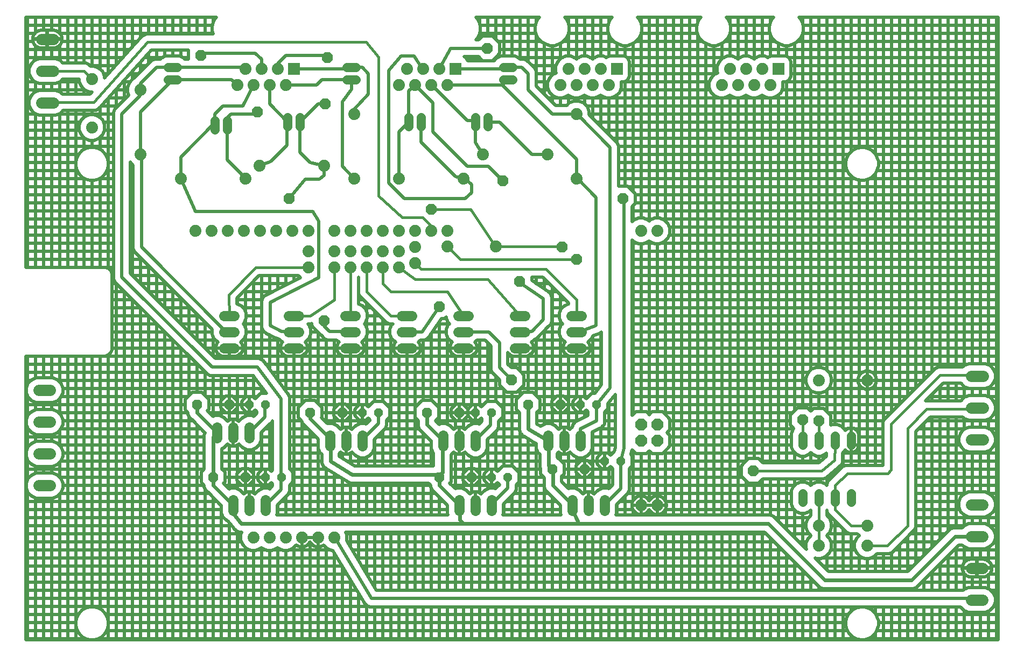
<source format=gbl>
G75*
%MOIN*%
%OFA0B0*%
%FSLAX25Y25*%
%IPPOS*%
%LPD*%
%AMOC8*
5,1,8,0,0,1.08239X$1,22.5*
%
%ADD10C,0.07400*%
%ADD11R,0.07400X0.07400*%
%ADD12OC8,0.07400*%
%ADD13C,0.05600*%
%ADD14OC8,0.06300*%
%ADD15OC8,0.05600*%
%ADD16C,0.06400*%
%ADD17C,0.07100*%
%ADD18C,0.02000*%
%ADD19C,0.02400*%
%ADD20OC8,0.06756*%
%ADD21C,0.01600*%
D10*
X0276965Y0186433D03*
X0286965Y0186433D03*
X0296965Y0186433D03*
X0306965Y0186433D03*
X0316965Y0186433D03*
X0326965Y0186433D03*
X0516965Y0206433D03*
X0526965Y0206433D03*
X0626965Y0193933D03*
X0626965Y0181433D03*
X0656965Y0181433D03*
X0656965Y0193933D03*
X0656965Y0283933D03*
X0626965Y0283933D03*
X0526965Y0376433D03*
X0516965Y0376433D03*
X0476965Y0408933D03*
X0458990Y0423933D03*
X0476965Y0448933D03*
X0476965Y0466728D03*
X0466965Y0466728D03*
X0471965Y0476728D03*
X0481965Y0476728D03*
X0491965Y0476728D03*
X0486965Y0466728D03*
X0496965Y0466728D03*
X0566965Y0466728D03*
X0576965Y0466728D03*
X0586965Y0466728D03*
X0596965Y0466728D03*
X0591965Y0476728D03*
X0581965Y0476728D03*
X0571965Y0476728D03*
X0418990Y0423933D03*
X0406965Y0408933D03*
X0366965Y0408933D03*
X0339465Y0408933D03*
X0320715Y0416908D03*
X0280715Y0416908D03*
X0271965Y0408933D03*
X0270965Y0376433D03*
X0260965Y0376433D03*
X0250965Y0376433D03*
X0240965Y0376433D03*
X0231965Y0408933D03*
X0206965Y0423933D03*
X0176965Y0440478D03*
X0206965Y0463933D03*
X0176965Y0470478D03*
X0266965Y0466728D03*
X0276965Y0466728D03*
X0286965Y0466728D03*
X0296965Y0466728D03*
X0291965Y0476728D03*
X0281965Y0476728D03*
X0271965Y0476728D03*
X0339465Y0448933D03*
X0366965Y0466728D03*
X0376965Y0466728D03*
X0386965Y0466728D03*
X0396965Y0466728D03*
X0391965Y0476728D03*
X0381965Y0476728D03*
X0371965Y0476728D03*
X0366965Y0376433D03*
X0356965Y0376433D03*
X0346965Y0376433D03*
X0336965Y0376433D03*
X0326965Y0376433D03*
X0326965Y0363933D03*
X0336965Y0363933D03*
X0346965Y0363933D03*
X0356965Y0363933D03*
X0366965Y0363933D03*
X0376965Y0366433D03*
X0376965Y0356433D03*
X0366965Y0353933D03*
X0356965Y0353933D03*
X0346965Y0353933D03*
X0336965Y0353933D03*
X0326965Y0353933D03*
X0310965Y0353933D03*
X0310965Y0363933D03*
X0310965Y0376433D03*
X0300965Y0376433D03*
X0290965Y0376433D03*
X0280965Y0376433D03*
X0376965Y0376433D03*
X0386965Y0376433D03*
X0396965Y0376433D03*
X0396965Y0366728D03*
X0426965Y0366728D03*
D11*
X0401965Y0476728D03*
X0501965Y0476728D03*
X0601965Y0476728D03*
X0301965Y0476728D03*
D12*
X0516965Y0256433D03*
X0516965Y0246433D03*
X0526965Y0246433D03*
X0526965Y0256433D03*
D13*
X0616965Y0249533D02*
X0616965Y0243933D01*
X0626965Y0243933D02*
X0626965Y0249533D01*
X0636965Y0249533D02*
X0636965Y0243933D01*
X0646965Y0243933D02*
X0646965Y0249533D01*
X0646965Y0213933D02*
X0646965Y0208333D01*
X0636965Y0208333D02*
X0636965Y0213933D01*
X0626965Y0213933D02*
X0626965Y0208333D01*
X0616965Y0208333D02*
X0616965Y0213933D01*
X0421965Y0441133D02*
X0421965Y0446733D01*
X0414465Y0446733D02*
X0414465Y0441133D01*
X0380715Y0441133D02*
X0380715Y0446733D01*
X0373215Y0446733D02*
X0373215Y0441133D01*
X0340340Y0470183D02*
X0334740Y0470183D01*
X0334740Y0477683D02*
X0340340Y0477683D01*
X0305715Y0446733D02*
X0305715Y0441133D01*
X0298215Y0441133D02*
X0298215Y0446733D01*
X0260715Y0444708D02*
X0260715Y0439108D01*
X0253215Y0439108D02*
X0253215Y0444708D01*
X0229765Y0470183D02*
X0224165Y0470183D01*
X0224165Y0477683D02*
X0229765Y0477683D01*
X0431665Y0477683D02*
X0437265Y0477683D01*
X0437265Y0470183D02*
X0431665Y0470183D01*
D14*
X0446965Y0268933D03*
X0466965Y0268933D03*
X0461965Y0228933D03*
X0481965Y0228933D03*
X0411965Y0223933D03*
X0391965Y0223933D03*
X0384465Y0263933D03*
X0404465Y0263933D03*
X0331965Y0263933D03*
X0311965Y0263933D03*
X0261965Y0268933D03*
X0241965Y0268933D03*
X0251965Y0223933D03*
X0271965Y0223933D03*
D15*
X0284465Y0223933D03*
X0294465Y0223933D03*
X0284465Y0268933D03*
X0274465Y0268933D03*
X0344465Y0263933D03*
X0354465Y0263933D03*
X0414465Y0263933D03*
X0424465Y0263933D03*
X0479465Y0268933D03*
X0489465Y0268933D03*
X0494465Y0233933D03*
X0504465Y0233933D03*
X0434465Y0223933D03*
X0424465Y0223933D03*
D16*
X0424465Y0209633D02*
X0424465Y0203233D01*
X0414465Y0203233D02*
X0414465Y0209633D01*
X0404465Y0209633D02*
X0404465Y0203233D01*
X0404465Y0243233D02*
X0404465Y0249633D01*
X0394465Y0249633D02*
X0394465Y0243233D01*
X0414465Y0243233D02*
X0414465Y0249633D01*
X0459465Y0249633D02*
X0459465Y0243233D01*
X0469465Y0243233D02*
X0469465Y0249633D01*
X0479465Y0249633D02*
X0479465Y0243233D01*
X0474465Y0209633D02*
X0474465Y0203233D01*
X0484465Y0203233D02*
X0484465Y0209633D01*
X0494465Y0209633D02*
X0494465Y0203233D01*
X0480165Y0303933D02*
X0473765Y0303933D01*
X0473765Y0313933D02*
X0480165Y0313933D01*
X0480165Y0323933D02*
X0473765Y0323933D01*
X0445165Y0323933D02*
X0438765Y0323933D01*
X0438765Y0313933D02*
X0445165Y0313933D01*
X0445165Y0303933D02*
X0438765Y0303933D01*
X0410165Y0303933D02*
X0403765Y0303933D01*
X0403765Y0313933D02*
X0410165Y0313933D01*
X0410165Y0323933D02*
X0403765Y0323933D01*
X0375165Y0323933D02*
X0368765Y0323933D01*
X0368765Y0313933D02*
X0375165Y0313933D01*
X0375165Y0303933D02*
X0368765Y0303933D01*
X0340165Y0303933D02*
X0333765Y0303933D01*
X0333765Y0313933D02*
X0340165Y0313933D01*
X0340165Y0323933D02*
X0333765Y0323933D01*
X0305165Y0323933D02*
X0298765Y0323933D01*
X0298765Y0313933D02*
X0305165Y0313933D01*
X0305165Y0303933D02*
X0298765Y0303933D01*
X0265165Y0303933D02*
X0258765Y0303933D01*
X0258765Y0313933D02*
X0265165Y0313933D01*
X0265165Y0323933D02*
X0258765Y0323933D01*
X0254465Y0254633D02*
X0254465Y0248233D01*
X0264465Y0248233D02*
X0264465Y0254633D01*
X0274465Y0254633D02*
X0274465Y0248233D01*
X0324465Y0249633D02*
X0324465Y0243233D01*
X0334465Y0243233D02*
X0334465Y0249633D01*
X0344465Y0249633D02*
X0344465Y0243233D01*
X0284465Y0209633D02*
X0284465Y0203233D01*
X0274465Y0203233D02*
X0274465Y0209633D01*
X0264465Y0209633D02*
X0264465Y0203233D01*
D17*
X0151186Y0218636D02*
X0144086Y0218636D01*
X0144086Y0238321D02*
X0151186Y0238321D01*
X0151186Y0258006D02*
X0144086Y0258006D01*
X0144086Y0277691D02*
X0151186Y0277691D01*
X0152936Y0455793D02*
X0145836Y0455793D01*
X0145836Y0475478D02*
X0152936Y0475478D01*
X0152936Y0495163D02*
X0145836Y0495163D01*
X0721486Y0286413D02*
X0728586Y0286413D01*
X0728586Y0266728D02*
X0721486Y0266728D01*
X0721486Y0247043D02*
X0728586Y0247043D01*
X0728507Y0206886D02*
X0721407Y0206886D01*
X0721407Y0187201D02*
X0728507Y0187201D01*
X0728507Y0167516D02*
X0721407Y0167516D01*
X0721407Y0147831D02*
X0728507Y0147831D01*
D18*
X0136165Y0123133D02*
X0136165Y0298933D01*
X0185460Y0298933D01*
X0237111Y0298933D01*
X0236965Y0299079D02*
X0236965Y0274328D01*
X0236571Y0273933D02*
X0158018Y0273933D01*
X0157757Y0273301D02*
X0158936Y0276150D01*
X0158936Y0279233D01*
X0157757Y0282081D01*
X0155576Y0284261D01*
X0152728Y0285441D01*
X0142545Y0285441D01*
X0139696Y0284261D01*
X0137516Y0282081D01*
X0136336Y0279233D01*
X0136336Y0276150D01*
X0137516Y0273301D01*
X0139696Y0271121D01*
X0142545Y0269941D01*
X0152728Y0269941D01*
X0155576Y0271121D01*
X0157757Y0273301D01*
X0156965Y0272510D02*
X0156965Y0263188D01*
X0156220Y0263933D02*
X0236565Y0263933D01*
X0236565Y0263939D02*
X0236565Y0262859D01*
X0237387Y0260874D01*
X0238906Y0259355D01*
X0247060Y0251202D01*
X0246565Y0250007D01*
X0246565Y0228928D01*
X0244615Y0226978D01*
X0244615Y0220889D01*
X0246565Y0218939D01*
X0246565Y0217859D01*
X0247387Y0215874D01*
X0248906Y0214355D01*
X0257065Y0206196D01*
X0257065Y0201761D01*
X0258192Y0199041D01*
X0260273Y0196960D01*
X0261552Y0196430D01*
X0264770Y0192408D01*
X0264887Y0192124D01*
X0265435Y0191576D01*
X0265920Y0190971D01*
X0266189Y0190823D01*
X0266406Y0190605D01*
X0267122Y0190309D01*
X0267801Y0189935D01*
X0268107Y0189901D01*
X0268391Y0189783D01*
X0269166Y0189783D01*
X0269774Y0189716D01*
X0269065Y0188004D01*
X0269065Y0184862D01*
X0270268Y0181958D01*
X0272490Y0179736D01*
X0275394Y0178533D01*
X0278537Y0178533D01*
X0281440Y0179736D01*
X0281965Y0180261D01*
X0282490Y0179736D01*
X0285394Y0178533D01*
X0288537Y0178533D01*
X0291440Y0179736D01*
X0291965Y0180261D01*
X0292490Y0179736D01*
X0295394Y0178533D01*
X0298537Y0178533D01*
X0301440Y0179736D01*
X0303563Y0181859D01*
X0303978Y0181558D01*
X0304777Y0181151D01*
X0305630Y0180873D01*
X0306517Y0180733D01*
X0306965Y0180733D01*
X0306965Y0186433D01*
X0306965Y0186433D01*
X0306965Y0123133D01*
X0301965Y0123133D02*
X0301965Y0180261D01*
X0299502Y0178933D02*
X0324428Y0178933D01*
X0325394Y0178533D02*
X0326058Y0178533D01*
X0345511Y0146282D01*
X0345757Y0145688D01*
X0346040Y0145404D01*
X0346247Y0145062D01*
X0346765Y0144680D01*
X0347220Y0144225D01*
X0347590Y0144072D01*
X0347912Y0143834D01*
X0348536Y0143679D01*
X0349131Y0143433D01*
X0349531Y0143433D01*
X0349920Y0143337D01*
X0350556Y0143433D01*
X0714845Y0143433D01*
X0717017Y0141261D01*
X0719866Y0140081D01*
X0730049Y0140081D01*
X0732897Y0141261D01*
X0735077Y0143441D01*
X0736257Y0146289D01*
X0736257Y0149372D01*
X0735077Y0152221D01*
X0732897Y0154401D01*
X0730049Y0155581D01*
X0719866Y0155581D01*
X0717017Y0154401D01*
X0716450Y0153833D01*
X0353101Y0153833D01*
X0334670Y0184390D01*
X0334865Y0184862D01*
X0334865Y0188004D01*
X0334128Y0189783D01*
X0477100Y0189783D01*
X0477341Y0189683D01*
X0477461Y0189683D01*
X0477573Y0189642D01*
X0478531Y0189683D01*
X0586889Y0189683D01*
X0587131Y0189783D01*
X0593478Y0189783D01*
X0627656Y0155605D01*
X0629641Y0154783D01*
X0685539Y0154783D01*
X0687524Y0155605D01*
X0689043Y0157124D01*
X0689043Y0157124D01*
X0713720Y0181801D01*
X0715847Y0181801D01*
X0717017Y0180631D01*
X0719866Y0179451D01*
X0730049Y0179451D01*
X0732897Y0180631D01*
X0735077Y0182811D01*
X0736257Y0185659D01*
X0736257Y0188742D01*
X0735077Y0191591D01*
X0732897Y0193771D01*
X0730049Y0194951D01*
X0719866Y0194951D01*
X0717017Y0193771D01*
X0715847Y0192601D01*
X0710409Y0192601D01*
X0708424Y0191779D01*
X0682228Y0165583D01*
X0632952Y0165583D01*
X0624725Y0173810D01*
X0625394Y0173533D01*
X0628537Y0173533D01*
X0631440Y0174736D01*
X0633663Y0176958D01*
X0634865Y0179862D01*
X0634865Y0183004D01*
X0633663Y0185908D01*
X0631965Y0187605D01*
X0631965Y0187761D01*
X0633663Y0189458D01*
X0634865Y0192362D01*
X0634865Y0195504D01*
X0633663Y0198408D01*
X0631965Y0200105D01*
X0631965Y0202938D01*
X0632726Y0201101D01*
X0634133Y0199694D01*
X0644133Y0189694D01*
X0645971Y0188933D01*
X0633137Y0188933D01*
X0631965Y0187761D02*
X0631965Y0187605D01*
X0634481Y0183933D02*
X0649450Y0183933D01*
X0649065Y0183004D02*
X0649065Y0179862D01*
X0650268Y0176958D01*
X0652490Y0174736D01*
X0655394Y0173533D01*
X0658537Y0173533D01*
X0661440Y0174736D01*
X0663137Y0176433D01*
X0670460Y0176433D01*
X0672297Y0177194D01*
X0686204Y0191101D01*
X0686965Y0192938D01*
X0686965Y0252087D01*
X0695961Y0261083D01*
X0716171Y0261083D01*
X0717096Y0260158D01*
X0719945Y0258978D01*
X0730128Y0258978D01*
X0732976Y0260158D01*
X0735156Y0262338D01*
X0736336Y0265187D01*
X0736336Y0268270D01*
X0735156Y0271118D01*
X0732976Y0273298D01*
X0730128Y0274478D01*
X0719945Y0274478D01*
X0717096Y0273298D01*
X0714916Y0271118D01*
X0714901Y0271083D01*
X0693136Y0271083D01*
X0704061Y0282008D01*
X0714931Y0282008D01*
X0717096Y0279843D01*
X0719945Y0278663D01*
X0730128Y0278663D01*
X0732976Y0279843D01*
X0735156Y0282023D01*
X0736336Y0284872D01*
X0736336Y0287955D01*
X0735156Y0290803D01*
X0732976Y0292984D01*
X0730128Y0294163D01*
X0719945Y0294163D01*
X0717096Y0292984D01*
X0716121Y0292008D01*
X0700996Y0292008D01*
X0699158Y0291247D01*
X0697751Y0289840D01*
X0667376Y0259465D01*
X0666615Y0257628D01*
X0666615Y0231258D01*
X0643621Y0231258D01*
X0641783Y0230497D01*
X0640376Y0229090D01*
X0632726Y0221440D01*
X0631965Y0219603D01*
X0631965Y0223762D01*
X0632136Y0223933D02*
X0635219Y0223933D01*
X0636965Y0225679D02*
X0636965Y0228016D01*
X0638055Y0228933D02*
X0640219Y0228933D01*
X0639500Y0230081D02*
X0640105Y0230659D01*
X0640746Y0231198D01*
X0640821Y0231343D01*
X0640938Y0231455D01*
X0641276Y0232221D01*
X0641662Y0232964D01*
X0641676Y0233126D01*
X0641741Y0233275D01*
X0641760Y0234112D01*
X0641832Y0234946D01*
X0641783Y0235101D01*
X0641871Y0238939D01*
X0642900Y0239968D01*
X0643268Y0240856D01*
X0643304Y0240806D01*
X0643838Y0240272D01*
X0644449Y0239828D01*
X0645123Y0239485D01*
X0645841Y0239251D01*
X0646587Y0239133D01*
X0646965Y0239133D01*
X0646965Y0243933D01*
X0646965Y0243933D01*
X0646965Y0231258D01*
X0651965Y0231258D02*
X0651965Y0281191D01*
X0652090Y0280946D02*
X0652617Y0280220D01*
X0653252Y0279585D01*
X0653978Y0279058D01*
X0654777Y0278651D01*
X0655630Y0278373D01*
X0656517Y0278233D01*
X0656965Y0278233D01*
X0656965Y0283933D01*
X0651265Y0283933D01*
X0651265Y0283484D01*
X0651406Y0282598D01*
X0651683Y0281745D01*
X0652090Y0280946D01*
X0654223Y0278933D02*
X0633138Y0278933D01*
X0633663Y0279458D02*
X0631440Y0277236D01*
X0628537Y0276033D01*
X0625394Y0276033D01*
X0622490Y0277236D01*
X0620268Y0279458D01*
X0619065Y0282362D01*
X0619065Y0285504D01*
X0620268Y0288408D01*
X0622490Y0290630D01*
X0625394Y0291833D01*
X0628537Y0291833D01*
X0631440Y0290630D01*
X0633663Y0288408D01*
X0634865Y0285504D01*
X0634865Y0282362D01*
X0633663Y0279458D01*
X0631965Y0277761D02*
X0631965Y0264650D01*
X0632682Y0263933D02*
X0671844Y0263933D01*
X0671965Y0264054D02*
X0671965Y0508747D01*
X0666965Y0508746D02*
X0666965Y0258473D01*
X0667156Y0258933D02*
X0634543Y0258933D01*
X0635573Y0256533D02*
X0634543Y0256107D01*
X0634543Y0262072D01*
X0630104Y0266511D01*
X0623826Y0266511D01*
X0622153Y0264837D01*
X0620079Y0266911D01*
X0613801Y0266911D01*
X0609362Y0262472D01*
X0609362Y0256194D01*
X0611545Y0254012D01*
X0611031Y0253498D01*
X0609965Y0250925D01*
X0609965Y0242541D01*
X0611031Y0239968D01*
X0613000Y0237999D01*
X0615573Y0236933D01*
X0618358Y0236933D01*
X0620930Y0237999D01*
X0621965Y0239034D01*
X0621965Y0232733D01*
X0616965Y0232733D02*
X0616965Y0236933D01*
X0612066Y0238933D02*
X0530638Y0238933D01*
X0530238Y0238533D02*
X0534865Y0243161D01*
X0534865Y0249705D01*
X0533137Y0251433D01*
X0534865Y0253161D01*
X0534865Y0259705D01*
X0530238Y0264333D01*
X0523693Y0264333D01*
X0521965Y0262605D01*
X0521965Y0370261D01*
X0522490Y0369736D01*
X0525394Y0368533D01*
X0528537Y0368533D01*
X0531440Y0369736D01*
X0533663Y0371958D01*
X0534865Y0374862D01*
X0534865Y0378004D01*
X0533663Y0380908D01*
X0531440Y0383130D01*
X0528537Y0384333D01*
X0525394Y0384333D01*
X0522490Y0383130D01*
X0521965Y0382605D01*
X0521440Y0383130D01*
X0518537Y0384333D01*
X0515394Y0384333D01*
X0512490Y0383130D01*
X0511465Y0382105D01*
X0511465Y0391466D01*
X0513293Y0393294D01*
X0513293Y0399572D01*
X0508854Y0404011D01*
X0502965Y0404011D01*
X0502965Y0429267D01*
X0502174Y0431179D01*
X0484865Y0448487D01*
X0484865Y0450504D01*
X0483662Y0453408D01*
X0481440Y0455630D01*
X0478537Y0456833D01*
X0475394Y0456833D01*
X0472490Y0455630D01*
X0470993Y0454133D01*
X0464119Y0454133D01*
X0452165Y0466087D01*
X0452165Y0474967D01*
X0451374Y0476879D01*
X0449911Y0478341D01*
X0446161Y0482091D01*
X0444250Y0482883D01*
X0441965Y0482883D01*
X0441965Y0508739D01*
X0436965Y0508739D02*
X0436965Y0484683D01*
X0438658Y0484683D02*
X0430273Y0484683D01*
X0427700Y0483617D01*
X0426011Y0481928D01*
X0409590Y0481928D01*
X0409226Y0482807D01*
X0408044Y0483989D01*
X0407274Y0484308D01*
X0416348Y0484308D01*
X0418726Y0481930D01*
X0425004Y0481930D01*
X0429443Y0486369D01*
X0429443Y0492647D01*
X0425004Y0497086D01*
X0418726Y0497086D01*
X0416348Y0494708D01*
X0414793Y0494708D01*
X0415367Y0495282D01*
X0416749Y0497676D01*
X0417464Y0500346D01*
X0417464Y0503111D01*
X0416749Y0505781D01*
X0415367Y0508175D01*
X0414803Y0508738D01*
X0454128Y0508740D01*
X0453564Y0508175D01*
X0452182Y0505781D01*
X0451466Y0503111D01*
X0451466Y0500346D01*
X0452182Y0497676D01*
X0453564Y0495282D01*
X0455519Y0493327D01*
X0457913Y0491945D01*
X0460583Y0491229D01*
X0463347Y0491229D01*
X0466018Y0491945D01*
X0468412Y0493327D01*
X0470367Y0495282D01*
X0471749Y0497676D01*
X0472464Y0500346D01*
X0472464Y0503111D01*
X0471749Y0505781D01*
X0470367Y0508175D01*
X0469802Y0508740D01*
X0499130Y0508741D01*
X0498564Y0508175D01*
X0497182Y0505781D01*
X0496466Y0503111D01*
X0496466Y0500346D01*
X0497182Y0497676D01*
X0498564Y0495282D01*
X0500519Y0493327D01*
X0502913Y0491945D01*
X0505583Y0491229D01*
X0508347Y0491229D01*
X0511018Y0491945D01*
X0513412Y0493327D01*
X0515367Y0495282D01*
X0516749Y0497676D01*
X0517464Y0500346D01*
X0517464Y0503111D01*
X0516749Y0505781D01*
X0515367Y0508175D01*
X0514800Y0508741D01*
X0554132Y0508743D01*
X0553564Y0508175D01*
X0552182Y0505781D01*
X0551466Y0503111D01*
X0551466Y0500346D01*
X0552182Y0497676D01*
X0553564Y0495282D01*
X0555519Y0493327D01*
X0557913Y0491945D01*
X0560583Y0491229D01*
X0563347Y0491229D01*
X0566018Y0491945D01*
X0568412Y0493327D01*
X0570367Y0495282D01*
X0571749Y0497676D01*
X0572464Y0500346D01*
X0572464Y0503111D01*
X0571749Y0505781D01*
X0570367Y0508175D01*
X0569798Y0508743D01*
X0599133Y0508744D01*
X0598564Y0508175D01*
X0597182Y0505781D01*
X0596466Y0503111D01*
X0596466Y0500346D01*
X0597182Y0497676D01*
X0598564Y0495282D01*
X0600519Y0493327D01*
X0602913Y0491945D01*
X0605583Y0491229D01*
X0608347Y0491229D01*
X0611018Y0491945D01*
X0613412Y0493327D01*
X0615367Y0495282D01*
X0616749Y0497676D01*
X0617464Y0500346D01*
X0617464Y0503111D01*
X0616749Y0505781D01*
X0615367Y0508175D01*
X0614797Y0508745D01*
X0738001Y0508749D01*
X0738001Y0123133D01*
X0136165Y0123133D01*
X0136165Y0123933D02*
X0173062Y0123933D01*
X0173143Y0123886D02*
X0175714Y0123198D01*
X0178374Y0123198D01*
X0180945Y0123886D01*
X0183249Y0125217D01*
X0185130Y0127098D01*
X0186461Y0129403D01*
X0187149Y0131973D01*
X0187149Y0134634D01*
X0186461Y0137204D01*
X0185130Y0139508D01*
X0183249Y0141390D01*
X0180945Y0142720D01*
X0178374Y0143409D01*
X0175714Y0143409D01*
X0173143Y0142720D01*
X0170839Y0141390D01*
X0168958Y0139508D01*
X0167627Y0137204D01*
X0166938Y0134634D01*
X0166938Y0131973D01*
X0167627Y0129403D01*
X0168958Y0127098D01*
X0170839Y0125217D01*
X0173143Y0123886D01*
X0171965Y0124567D02*
X0171965Y0123133D01*
X0166965Y0123133D02*
X0166965Y0131873D01*
X0166938Y0133933D02*
X0136165Y0133933D01*
X0136165Y0128933D02*
X0167898Y0128933D01*
X0166965Y0134733D02*
X0166965Y0298933D01*
X0161965Y0298933D02*
X0161965Y0123133D01*
X0156965Y0123133D02*
X0156965Y0213455D01*
X0157443Y0213933D02*
X0249328Y0213933D01*
X0251965Y0211296D02*
X0251965Y0123133D01*
X0246965Y0123133D02*
X0246965Y0216893D01*
X0246565Y0218933D02*
X0158936Y0218933D01*
X0158936Y0220178D02*
X0158936Y0217095D01*
X0157757Y0214246D01*
X0155576Y0212066D01*
X0152728Y0210886D01*
X0142545Y0210886D01*
X0139696Y0212066D01*
X0137516Y0214246D01*
X0136336Y0217095D01*
X0136336Y0220178D01*
X0137516Y0223026D01*
X0139696Y0225206D01*
X0142545Y0226386D01*
X0152728Y0226386D01*
X0155576Y0225206D01*
X0157757Y0223026D01*
X0158936Y0220178D01*
X0156965Y0223818D02*
X0156965Y0233140D01*
X0157757Y0233931D02*
X0158936Y0236780D01*
X0158936Y0239863D01*
X0157757Y0242711D01*
X0155576Y0244891D01*
X0152728Y0246071D01*
X0142545Y0246071D01*
X0139696Y0244891D01*
X0137516Y0242711D01*
X0136336Y0239863D01*
X0136336Y0236780D01*
X0137516Y0233931D01*
X0139696Y0231751D01*
X0142545Y0230571D01*
X0152728Y0230571D01*
X0155576Y0231751D01*
X0157757Y0233931D01*
X0157757Y0233933D02*
X0246565Y0233933D01*
X0246565Y0228933D02*
X0136165Y0228933D01*
X0136165Y0223933D02*
X0138423Y0223933D01*
X0136965Y0221696D02*
X0136965Y0235262D01*
X0137516Y0233933D02*
X0136165Y0233933D01*
X0136165Y0238933D02*
X0136336Y0238933D01*
X0136965Y0241381D02*
X0136965Y0254947D01*
X0137385Y0253933D02*
X0136165Y0253933D01*
X0137516Y0253616D02*
X0139696Y0251436D01*
X0142545Y0250256D01*
X0152728Y0250256D01*
X0155576Y0251436D01*
X0157757Y0253616D01*
X0158936Y0256465D01*
X0158936Y0259548D01*
X0157757Y0262396D01*
X0155576Y0264576D01*
X0152728Y0265756D01*
X0142545Y0265756D01*
X0139696Y0264576D01*
X0137516Y0262396D01*
X0136336Y0259548D01*
X0136336Y0256465D01*
X0137516Y0253616D01*
X0136165Y0248933D02*
X0246565Y0248933D01*
X0246965Y0250973D02*
X0246965Y0251296D01*
X0244328Y0253933D02*
X0157888Y0253933D01*
X0156965Y0252825D02*
X0156965Y0243503D01*
X0156535Y0243933D02*
X0246565Y0243933D01*
X0246565Y0238933D02*
X0158936Y0238933D01*
X0151965Y0246071D02*
X0151965Y0250256D01*
X0146965Y0250256D02*
X0146965Y0246071D01*
X0141965Y0245831D02*
X0141965Y0250496D01*
X0136336Y0258933D02*
X0136165Y0258933D01*
X0136965Y0261066D02*
X0136965Y0274632D01*
X0137255Y0273933D02*
X0136165Y0273933D01*
X0136165Y0268933D02*
X0234615Y0268933D01*
X0234615Y0265889D02*
X0236565Y0263939D01*
X0236965Y0261893D02*
X0236965Y0123133D01*
X0231965Y0123133D02*
X0231965Y0304079D01*
X0232111Y0303933D02*
X0189465Y0303933D01*
X0189465Y0302938D02*
X0189465Y0349928D01*
X0188704Y0351765D01*
X0187297Y0353172D01*
X0185460Y0353933D01*
X0136165Y0353933D01*
X0136165Y0508729D01*
X0254122Y0508733D01*
X0253564Y0508175D01*
X0252182Y0505781D01*
X0251466Y0503111D01*
X0251466Y0500346D01*
X0252019Y0498283D01*
X0212323Y0498283D01*
X0212193Y0498329D01*
X0211333Y0498283D01*
X0210471Y0498283D01*
X0210344Y0498231D01*
X0210207Y0498223D01*
X0209429Y0497852D01*
X0208633Y0497522D01*
X0208536Y0497425D01*
X0208412Y0497366D01*
X0207836Y0496725D01*
X0207226Y0496115D01*
X0207174Y0495989D01*
X0184865Y0471179D01*
X0184865Y0472050D01*
X0183662Y0474953D01*
X0181440Y0477176D01*
X0178537Y0478378D01*
X0176136Y0478378D01*
X0174797Y0479717D01*
X0172960Y0480478D01*
X0158897Y0480478D01*
X0157326Y0482048D01*
X0154478Y0483228D01*
X0144295Y0483228D01*
X0141446Y0482048D01*
X0139266Y0479868D01*
X0138086Y0477020D01*
X0138086Y0473937D01*
X0139266Y0471088D01*
X0141446Y0468908D01*
X0144295Y0467728D01*
X0154478Y0467728D01*
X0157326Y0468908D01*
X0158897Y0470478D01*
X0169065Y0470478D01*
X0169065Y0468907D01*
X0170268Y0466003D01*
X0172490Y0463781D01*
X0175394Y0462578D01*
X0177132Y0462578D01*
X0175787Y0461083D01*
X0158607Y0461083D01*
X0157326Y0462363D01*
X0154478Y0463543D01*
X0144295Y0463543D01*
X0141446Y0462363D01*
X0139266Y0460183D01*
X0138086Y0457335D01*
X0138086Y0454252D01*
X0139266Y0451403D01*
X0141446Y0449223D01*
X0144295Y0448043D01*
X0154478Y0448043D01*
X0157326Y0449223D01*
X0159186Y0451083D01*
X0177158Y0451083D01*
X0177287Y0451037D01*
X0178148Y0451083D01*
X0179010Y0451083D01*
X0179136Y0451136D01*
X0179273Y0451143D01*
X0180051Y0451514D01*
X0180847Y0451844D01*
X0180944Y0451941D01*
X0181068Y0452000D01*
X0181644Y0452641D01*
X0182254Y0453251D01*
X0182306Y0453377D01*
X0213693Y0488283D01*
X0236887Y0488283D01*
X0236887Y0482883D01*
X0234465Y0482883D01*
X0233730Y0483617D01*
X0231158Y0484683D01*
X0222773Y0484683D01*
X0220200Y0483617D01*
X0219466Y0482883D01*
X0215931Y0482883D01*
X0214020Y0482091D01*
X0204020Y0472091D01*
X0202607Y0470679D01*
X0202490Y0470630D01*
X0200268Y0468408D01*
X0199065Y0465504D01*
X0199065Y0462362D01*
X0199849Y0460470D01*
X0191057Y0451679D01*
X0190265Y0449767D01*
X0190265Y0346899D01*
X0191057Y0344987D01*
X0192520Y0343525D01*
X0248320Y0287725D01*
X0250231Y0286933D01*
X0276757Y0286933D01*
X0284965Y0275933D01*
X0281566Y0275933D01*
X0277910Y0272277D01*
X0276453Y0273733D01*
X0274465Y0273733D01*
X0272477Y0273733D01*
X0269665Y0270921D01*
X0269665Y0268933D01*
X0269665Y0266945D01*
X0272477Y0264133D01*
X0274465Y0264133D01*
X0274465Y0268933D01*
X0269665Y0268933D01*
X0274465Y0268933D01*
X0274465Y0268933D01*
X0261965Y0268933D01*
X0256815Y0268933D01*
X0256815Y0266800D01*
X0259832Y0263783D01*
X0261965Y0263783D01*
X0261965Y0268933D01*
X0261965Y0268933D01*
X0249315Y0268933D01*
X0249315Y0265889D02*
X0249315Y0271978D01*
X0245010Y0276283D01*
X0238921Y0276283D01*
X0234615Y0271978D01*
X0234615Y0265889D01*
X0239328Y0258933D02*
X0158936Y0258933D01*
X0151965Y0265756D02*
X0151965Y0269941D01*
X0146965Y0269941D02*
X0146965Y0265756D01*
X0141965Y0265516D02*
X0141965Y0270181D01*
X0139053Y0263933D02*
X0136165Y0263933D01*
X0136165Y0278933D02*
X0136336Y0278933D01*
X0136965Y0280751D02*
X0136965Y0298933D01*
X0141965Y0298933D02*
X0141965Y0285201D01*
X0139368Y0283933D02*
X0136165Y0283933D01*
X0136165Y0288933D02*
X0247111Y0288933D01*
X0246965Y0289079D02*
X0246965Y0274328D01*
X0247360Y0273933D02*
X0259682Y0273933D01*
X0259832Y0274083D02*
X0256815Y0271066D01*
X0256815Y0268933D01*
X0261965Y0268933D01*
X0261965Y0268933D01*
X0261965Y0259195D01*
X0261740Y0259080D02*
X0261078Y0258599D01*
X0260904Y0258426D01*
X0260739Y0258825D01*
X0258657Y0260906D01*
X0255937Y0262033D01*
X0252993Y0262033D01*
X0251939Y0261596D01*
X0248481Y0265054D01*
X0249315Y0265889D01*
X0249602Y0263933D02*
X0259682Y0263933D01*
X0261965Y0263933D02*
X0261965Y0263933D01*
X0261965Y0263783D02*
X0264098Y0263783D01*
X0267115Y0266800D01*
X0267115Y0268933D01*
X0261965Y0268933D01*
X0261965Y0274083D01*
X0259832Y0274083D01*
X0261965Y0274083D02*
X0261965Y0268933D01*
X0261965Y0268933D01*
X0261965Y0263783D01*
X0264248Y0263933D02*
X0278965Y0263933D01*
X0278965Y0264534D02*
X0278965Y0263287D01*
X0277192Y0261513D01*
X0275937Y0262033D01*
X0272993Y0262033D01*
X0270273Y0260906D01*
X0268192Y0258825D01*
X0268026Y0258426D01*
X0267853Y0258599D01*
X0267191Y0259080D01*
X0266461Y0259452D01*
X0265683Y0259705D01*
X0264874Y0259833D01*
X0264465Y0259833D01*
X0264056Y0259833D01*
X0263248Y0259705D01*
X0262469Y0259452D01*
X0261740Y0259080D01*
X0261537Y0258933D02*
X0260630Y0258933D01*
X0264465Y0258933D02*
X0264465Y0258933D01*
X0264465Y0259833D02*
X0264465Y0251433D01*
X0264465Y0251433D01*
X0264465Y0243033D01*
X0264056Y0243033D01*
X0263248Y0243161D01*
X0262469Y0243414D01*
X0261740Y0243786D01*
X0261078Y0244267D01*
X0260904Y0244440D01*
X0260739Y0244041D01*
X0258657Y0241960D01*
X0257365Y0241425D01*
X0257365Y0228928D01*
X0259315Y0226978D01*
X0259315Y0220889D01*
X0258481Y0220054D01*
X0261939Y0216596D01*
X0262993Y0217033D01*
X0265937Y0217033D01*
X0268657Y0215906D01*
X0270739Y0213825D01*
X0270904Y0213426D01*
X0271078Y0213599D01*
X0271740Y0214080D01*
X0272469Y0214452D01*
X0273248Y0214705D01*
X0274056Y0214833D01*
X0274465Y0214833D01*
X0274465Y0206433D01*
X0274465Y0206433D01*
X0274465Y0214833D01*
X0274874Y0214833D01*
X0275683Y0214705D01*
X0276461Y0214452D01*
X0277191Y0214080D01*
X0277853Y0213599D01*
X0278026Y0213426D01*
X0278192Y0213825D01*
X0280273Y0215906D01*
X0282993Y0217033D01*
X0285937Y0217033D01*
X0287121Y0216543D01*
X0288865Y0218287D01*
X0288865Y0219634D01*
X0287910Y0220589D01*
X0286453Y0219133D01*
X0284465Y0219133D01*
X0284465Y0223933D01*
X0279665Y0223933D01*
X0279665Y0221945D01*
X0282477Y0219133D01*
X0284465Y0219133D01*
X0284465Y0223933D01*
X0284465Y0223933D01*
X0271965Y0223933D01*
X0266815Y0223933D01*
X0266815Y0221800D01*
X0269832Y0218783D01*
X0271965Y0218783D01*
X0271965Y0223933D01*
X0271965Y0223933D01*
X0259315Y0223933D01*
X0259602Y0218933D02*
X0269682Y0218933D01*
X0271965Y0218933D02*
X0271965Y0218933D01*
X0271965Y0218783D02*
X0274098Y0218783D01*
X0277115Y0221800D01*
X0277115Y0223933D01*
X0271965Y0223933D01*
X0266815Y0223933D01*
X0266815Y0226066D01*
X0269832Y0229083D01*
X0271965Y0229083D01*
X0271965Y0223933D01*
X0271965Y0223933D01*
X0271965Y0214195D01*
X0271537Y0213933D02*
X0270630Y0213933D01*
X0274465Y0213933D02*
X0274465Y0213933D01*
X0276965Y0214195D02*
X0276965Y0221650D01*
X0276965Y0223933D02*
X0276965Y0223933D01*
X0277115Y0223933D02*
X0277115Y0226066D01*
X0274098Y0229083D01*
X0271965Y0229083D01*
X0271965Y0223933D01*
X0271965Y0223933D01*
X0271965Y0218783D01*
X0274248Y0218933D02*
X0288865Y0218933D01*
X0286965Y0219645D02*
X0286965Y0216607D01*
X0281965Y0216607D02*
X0281965Y0219645D01*
X0281965Y0223933D02*
X0281965Y0223933D01*
X0279665Y0223933D02*
X0284465Y0223933D01*
X0284465Y0223933D01*
X0284465Y0228733D01*
X0282477Y0228733D01*
X0279665Y0225921D01*
X0279665Y0223933D01*
X0277115Y0223933D02*
X0271965Y0223933D01*
X0271965Y0241259D01*
X0272993Y0240833D02*
X0275937Y0240833D01*
X0278657Y0241960D01*
X0280739Y0244041D01*
X0281865Y0246761D01*
X0281865Y0251479D01*
X0287111Y0256725D01*
X0288574Y0258187D01*
X0288865Y0258892D01*
X0288865Y0228233D01*
X0287910Y0227277D01*
X0286453Y0228733D01*
X0284465Y0228733D01*
X0284465Y0223933D01*
X0284465Y0223933D01*
X0281965Y0228221D02*
X0281965Y0251579D01*
X0281865Y0248933D02*
X0288865Y0248933D01*
X0288865Y0243933D02*
X0280630Y0243933D01*
X0276965Y0241259D02*
X0276965Y0226216D01*
X0274248Y0228933D02*
X0288865Y0228933D01*
X0286965Y0228221D02*
X0286965Y0256579D01*
X0287111Y0256725D02*
X0287111Y0256725D01*
X0288865Y0253933D02*
X0284319Y0253933D01*
X0284165Y0261133D02*
X0274465Y0251433D01*
X0268026Y0244440D02*
X0268192Y0244041D01*
X0270273Y0241960D01*
X0272993Y0240833D01*
X0268300Y0243933D02*
X0267394Y0243933D01*
X0267191Y0243786D02*
X0267853Y0244267D01*
X0268026Y0244440D01*
X0267191Y0243786D02*
X0266461Y0243414D01*
X0265683Y0243161D01*
X0264874Y0243033D01*
X0264465Y0243033D01*
X0264465Y0251433D01*
X0264465Y0251433D01*
X0264465Y0259833D01*
X0266965Y0259195D02*
X0266965Y0266650D01*
X0266965Y0268933D02*
X0266965Y0268933D01*
X0267115Y0268933D02*
X0267115Y0271066D01*
X0264098Y0274083D01*
X0261965Y0274083D01*
X0261965Y0273933D02*
X0261965Y0273933D01*
X0264248Y0273933D02*
X0279566Y0273933D01*
X0276965Y0273221D02*
X0276965Y0286654D01*
X0278996Y0283933D02*
X0155905Y0283933D01*
X0156965Y0282873D02*
X0156965Y0298933D01*
X0151965Y0298933D02*
X0151965Y0285441D01*
X0146965Y0285441D02*
X0146965Y0298933D01*
X0136165Y0293933D02*
X0242111Y0293933D01*
X0241965Y0294079D02*
X0241965Y0276283D01*
X0251965Y0286933D02*
X0251965Y0261607D01*
X0256965Y0261607D02*
X0256965Y0266650D01*
X0256965Y0268933D02*
X0256965Y0268933D01*
X0256965Y0271216D02*
X0256965Y0286933D01*
X0261965Y0286933D02*
X0261965Y0268933D01*
X0261965Y0268933D01*
X0267115Y0268933D01*
X0266965Y0271216D02*
X0266965Y0286933D01*
X0271965Y0286933D02*
X0271965Y0273221D01*
X0274465Y0273733D02*
X0274465Y0268933D01*
X0274465Y0268933D01*
X0274465Y0268933D01*
X0274465Y0264133D01*
X0276453Y0264133D01*
X0277910Y0265589D01*
X0278965Y0264534D01*
X0276965Y0264645D02*
X0276965Y0261607D01*
X0271965Y0261607D02*
X0271965Y0264645D01*
X0271965Y0268933D02*
X0271965Y0268933D01*
X0274465Y0268933D02*
X0274465Y0273733D01*
X0281965Y0275933D02*
X0281965Y0279954D01*
X0282727Y0278933D02*
X0158936Y0278933D01*
X0171965Y0298933D02*
X0171965Y0142040D01*
X0168626Y0138933D02*
X0136165Y0138933D01*
X0136165Y0143933D02*
X0347777Y0143933D01*
X0346965Y0144479D02*
X0346965Y0123133D01*
X0341965Y0123133D02*
X0341965Y0152160D01*
X0340896Y0153933D02*
X0136165Y0153933D01*
X0136165Y0148933D02*
X0343912Y0148933D01*
X0350165Y0148633D02*
X0327365Y0186433D01*
X0326965Y0186433D01*
X0334481Y0188933D02*
X0594328Y0188933D01*
X0591965Y0189783D02*
X0591965Y0153833D01*
X0586965Y0153833D02*
X0586965Y0189714D01*
X0581965Y0189683D02*
X0581965Y0153833D01*
X0576965Y0153833D02*
X0576965Y0189683D01*
X0571965Y0189683D02*
X0571965Y0153833D01*
X0566965Y0153833D02*
X0566965Y0189683D01*
X0561965Y0189683D02*
X0561965Y0153833D01*
X0556965Y0153833D02*
X0556965Y0189683D01*
X0551965Y0189683D02*
X0551965Y0153833D01*
X0546965Y0153833D02*
X0546965Y0189683D01*
X0541965Y0189683D02*
X0541965Y0153833D01*
X0536965Y0153833D02*
X0536965Y0189683D01*
X0531965Y0189683D02*
X0531965Y0153833D01*
X0526965Y0153833D02*
X0526965Y0189683D01*
X0521965Y0189683D02*
X0521965Y0153833D01*
X0516965Y0153833D02*
X0516965Y0189683D01*
X0511965Y0189683D02*
X0511965Y0153833D01*
X0506965Y0153833D02*
X0506965Y0189683D01*
X0501965Y0189683D02*
X0501965Y0153833D01*
X0496965Y0153833D02*
X0496965Y0189683D01*
X0491965Y0189683D02*
X0491965Y0153833D01*
X0486965Y0153833D02*
X0486965Y0189683D01*
X0481965Y0189683D02*
X0481965Y0153833D01*
X0476965Y0153833D02*
X0476965Y0189783D01*
X0471965Y0189783D02*
X0471965Y0153833D01*
X0466965Y0153833D02*
X0466965Y0189783D01*
X0461965Y0189783D02*
X0461965Y0153833D01*
X0456965Y0153833D02*
X0456965Y0189783D01*
X0451965Y0189783D02*
X0451965Y0153833D01*
X0446965Y0153833D02*
X0446965Y0189783D01*
X0441965Y0189783D02*
X0441965Y0153833D01*
X0436965Y0153833D02*
X0436965Y0189783D01*
X0431965Y0189783D02*
X0431965Y0153833D01*
X0426965Y0153833D02*
X0426965Y0189783D01*
X0421965Y0189783D02*
X0421965Y0153833D01*
X0416965Y0153833D02*
X0416965Y0189783D01*
X0411965Y0189783D02*
X0411965Y0153833D01*
X0406965Y0153833D02*
X0406965Y0189783D01*
X0401965Y0189783D02*
X0401965Y0153833D01*
X0396965Y0153833D02*
X0396965Y0189783D01*
X0391965Y0189783D02*
X0391965Y0153833D01*
X0386965Y0153833D02*
X0386965Y0189783D01*
X0381965Y0189783D02*
X0381965Y0153833D01*
X0376965Y0153833D02*
X0376965Y0189783D01*
X0371965Y0189783D02*
X0371965Y0153833D01*
X0366965Y0153833D02*
X0366965Y0189783D01*
X0361965Y0189783D02*
X0361965Y0153833D01*
X0356965Y0153833D02*
X0356965Y0189783D01*
X0351965Y0189783D02*
X0351965Y0155717D01*
X0353041Y0153933D02*
X0716550Y0153933D01*
X0716965Y0154349D02*
X0716965Y0164188D01*
X0717150Y0163933D02*
X0695852Y0163933D01*
X0696965Y0165046D02*
X0696965Y0153833D01*
X0691965Y0153833D02*
X0691965Y0160046D01*
X0690852Y0158933D02*
X0738001Y0158933D01*
X0738001Y0153933D02*
X0733365Y0153933D01*
X0731965Y0154787D02*
X0731965Y0163168D01*
X0732123Y0163282D02*
X0732741Y0163900D01*
X0733254Y0164607D01*
X0733651Y0165385D01*
X0733921Y0166216D01*
X0734057Y0167079D01*
X0734057Y0167341D01*
X0725132Y0167341D01*
X0725132Y0161966D01*
X0728944Y0161966D01*
X0729807Y0162102D01*
X0730638Y0162372D01*
X0731416Y0162769D01*
X0732123Y0163282D01*
X0732765Y0163933D02*
X0738001Y0163933D01*
X0738001Y0168933D02*
X0733882Y0168933D01*
X0733921Y0168815D02*
X0733651Y0169646D01*
X0733254Y0170425D01*
X0732741Y0171131D01*
X0732123Y0171749D01*
X0731416Y0172263D01*
X0730638Y0172659D01*
X0729807Y0172929D01*
X0728944Y0173066D01*
X0725132Y0173066D01*
X0725132Y0167691D01*
X0724782Y0167691D01*
X0724782Y0173066D01*
X0720971Y0173066D01*
X0720108Y0172929D01*
X0719277Y0172659D01*
X0718498Y0172263D01*
X0717792Y0171749D01*
X0717174Y0171131D01*
X0716661Y0170425D01*
X0716264Y0169646D01*
X0715994Y0168815D01*
X0715857Y0167953D01*
X0715857Y0167691D01*
X0724782Y0167691D01*
X0724782Y0167341D01*
X0715857Y0167341D01*
X0715857Y0167079D01*
X0715994Y0166216D01*
X0716264Y0165385D01*
X0716661Y0164607D01*
X0717174Y0163900D01*
X0717792Y0163282D01*
X0718498Y0162769D01*
X0719277Y0162372D01*
X0720108Y0162102D01*
X0720971Y0161966D01*
X0724782Y0161966D01*
X0724782Y0167341D01*
X0725132Y0167341D01*
X0725132Y0167691D01*
X0734057Y0167691D01*
X0734057Y0167953D01*
X0733921Y0168815D01*
X0731965Y0167691D02*
X0731965Y0167341D01*
X0731965Y0171864D02*
X0731965Y0180245D01*
X0726965Y0179451D02*
X0726965Y0173066D01*
X0725132Y0168933D02*
X0724782Y0168933D01*
X0726965Y0167691D02*
X0726965Y0167341D01*
X0725132Y0163933D02*
X0724782Y0163933D01*
X0726965Y0161966D02*
X0726965Y0155581D01*
X0721965Y0155581D02*
X0721965Y0161966D01*
X0721965Y0167341D02*
X0721965Y0167691D01*
X0716965Y0167691D02*
X0716965Y0167341D01*
X0716032Y0168933D02*
X0700852Y0168933D01*
X0701965Y0170046D02*
X0701965Y0153833D01*
X0706965Y0153833D02*
X0706965Y0175046D01*
X0705852Y0173933D02*
X0738001Y0173933D01*
X0738001Y0178933D02*
X0710852Y0178933D01*
X0711965Y0180046D02*
X0711965Y0153833D01*
X0724265Y0148633D02*
X0724957Y0147831D01*
X0724265Y0148633D02*
X0350165Y0148633D01*
X0351965Y0143433D02*
X0351965Y0123133D01*
X0356965Y0123133D02*
X0356965Y0143433D01*
X0361965Y0143433D02*
X0361965Y0123133D01*
X0366965Y0123133D02*
X0366965Y0143433D01*
X0371965Y0143433D02*
X0371965Y0123133D01*
X0376965Y0123133D02*
X0376965Y0143433D01*
X0381965Y0143433D02*
X0381965Y0123133D01*
X0386965Y0123133D02*
X0386965Y0143433D01*
X0391965Y0143433D02*
X0391965Y0123133D01*
X0396965Y0123133D02*
X0396965Y0143433D01*
X0401965Y0143433D02*
X0401965Y0123133D01*
X0406965Y0123133D02*
X0406965Y0143433D01*
X0411965Y0143433D02*
X0411965Y0123133D01*
X0416965Y0123133D02*
X0416965Y0143433D01*
X0421965Y0143433D02*
X0421965Y0123133D01*
X0426965Y0123133D02*
X0426965Y0143433D01*
X0431965Y0143433D02*
X0431965Y0123133D01*
X0436965Y0123133D02*
X0436965Y0143433D01*
X0441965Y0143433D02*
X0441965Y0123133D01*
X0446965Y0123133D02*
X0446965Y0143433D01*
X0451965Y0143433D02*
X0451965Y0123133D01*
X0456965Y0123133D02*
X0456965Y0143433D01*
X0461965Y0143433D02*
X0461965Y0123133D01*
X0466965Y0123133D02*
X0466965Y0143433D01*
X0471965Y0143433D02*
X0471965Y0123133D01*
X0476965Y0123133D02*
X0476965Y0143433D01*
X0481965Y0143433D02*
X0481965Y0123133D01*
X0486965Y0123133D02*
X0486965Y0143433D01*
X0491965Y0143433D02*
X0491965Y0123133D01*
X0496965Y0123133D02*
X0496965Y0143433D01*
X0501965Y0143433D02*
X0501965Y0123133D01*
X0506965Y0123133D02*
X0506965Y0143433D01*
X0511965Y0143433D02*
X0511965Y0123133D01*
X0516965Y0123133D02*
X0516965Y0143433D01*
X0521965Y0143433D02*
X0521965Y0123133D01*
X0526965Y0123133D02*
X0526965Y0143433D01*
X0531965Y0143433D02*
X0531965Y0123133D01*
X0536965Y0123133D02*
X0536965Y0143433D01*
X0541965Y0143433D02*
X0541965Y0123133D01*
X0546965Y0123133D02*
X0546965Y0143433D01*
X0551965Y0143433D02*
X0551965Y0123133D01*
X0556965Y0123133D02*
X0556965Y0143433D01*
X0561965Y0143433D02*
X0561965Y0123133D01*
X0566965Y0123133D02*
X0566965Y0143433D01*
X0571965Y0143433D02*
X0571965Y0123133D01*
X0576965Y0123133D02*
X0576965Y0143433D01*
X0581965Y0143433D02*
X0581965Y0123133D01*
X0586965Y0123133D02*
X0586965Y0143433D01*
X0591965Y0143433D02*
X0591965Y0123133D01*
X0596965Y0123133D02*
X0596965Y0143433D01*
X0601965Y0143433D02*
X0601965Y0123133D01*
X0606965Y0123133D02*
X0606965Y0143433D01*
X0611965Y0143433D02*
X0611965Y0123133D01*
X0616965Y0123133D02*
X0616965Y0143433D01*
X0621965Y0143433D02*
X0621965Y0123133D01*
X0626965Y0123133D02*
X0626965Y0143433D01*
X0631965Y0143433D02*
X0631965Y0123133D01*
X0636965Y0123133D02*
X0636965Y0143433D01*
X0641965Y0143433D02*
X0641965Y0123133D01*
X0646965Y0123133D02*
X0646965Y0125862D01*
X0647611Y0125217D02*
X0649915Y0123886D01*
X0652485Y0123198D01*
X0655146Y0123198D01*
X0657716Y0123886D01*
X0660021Y0125217D01*
X0661902Y0127098D01*
X0663232Y0129403D01*
X0663921Y0131973D01*
X0663921Y0134634D01*
X0663232Y0137204D01*
X0661902Y0139508D01*
X0660021Y0141390D01*
X0657716Y0142720D01*
X0655146Y0143409D01*
X0652485Y0143409D01*
X0649915Y0142720D01*
X0647611Y0141390D01*
X0645729Y0139508D01*
X0644399Y0137204D01*
X0643710Y0134634D01*
X0643710Y0131973D01*
X0644399Y0129403D01*
X0645729Y0127098D01*
X0647611Y0125217D01*
X0649834Y0123933D02*
X0181026Y0123933D01*
X0181965Y0124476D02*
X0181965Y0123133D01*
X0176965Y0123133D02*
X0176965Y0123198D01*
X0186190Y0128933D02*
X0644670Y0128933D01*
X0643710Y0133933D02*
X0187149Y0133933D01*
X0186965Y0135321D02*
X0186965Y0299557D01*
X0187297Y0299694D02*
X0188704Y0301101D01*
X0189465Y0302938D01*
X0187297Y0299694D02*
X0185460Y0298933D01*
X0181965Y0298933D02*
X0181965Y0142131D01*
X0185462Y0138933D02*
X0645397Y0138933D01*
X0646965Y0140744D02*
X0646965Y0143433D01*
X0651965Y0143433D02*
X0651965Y0143269D01*
X0656965Y0143433D02*
X0656965Y0142921D01*
X0661965Y0143433D02*
X0661965Y0139399D01*
X0662234Y0138933D02*
X0738001Y0138933D01*
X0738001Y0133933D02*
X0663921Y0133933D01*
X0662961Y0128933D02*
X0738001Y0128933D01*
X0738001Y0123933D02*
X0657797Y0123933D01*
X0656965Y0123685D02*
X0656965Y0123133D01*
X0651965Y0123133D02*
X0651965Y0123337D01*
X0661965Y0123133D02*
X0661965Y0127208D01*
X0666965Y0123133D02*
X0666965Y0143433D01*
X0671965Y0143433D02*
X0671965Y0123133D01*
X0676965Y0123133D02*
X0676965Y0143433D01*
X0681965Y0143433D02*
X0681965Y0123133D01*
X0686965Y0123133D02*
X0686965Y0143433D01*
X0691965Y0143433D02*
X0691965Y0123133D01*
X0696965Y0123133D02*
X0696965Y0143433D01*
X0701965Y0143433D02*
X0701965Y0123133D01*
X0706965Y0123133D02*
X0706965Y0143433D01*
X0711965Y0143433D02*
X0711965Y0123133D01*
X0716965Y0123133D02*
X0716965Y0141313D01*
X0721965Y0140081D02*
X0721965Y0123133D01*
X0726965Y0123133D02*
X0726965Y0140081D01*
X0731965Y0140874D02*
X0731965Y0123133D01*
X0736965Y0123133D02*
X0736965Y0508749D01*
X0738001Y0503933D02*
X0617244Y0503933D01*
X0616965Y0504974D02*
X0616965Y0508745D01*
X0621965Y0508745D02*
X0621965Y0290105D01*
X0620793Y0288933D02*
X0511465Y0288933D01*
X0511465Y0283933D02*
X0619065Y0283933D01*
X0620793Y0278933D02*
X0511465Y0278933D01*
X0511465Y0273933D02*
X0681844Y0273933D01*
X0681965Y0274054D02*
X0681965Y0508747D01*
X0676965Y0508747D02*
X0676965Y0269054D01*
X0676844Y0268933D02*
X0511465Y0268933D01*
X0511465Y0263933D02*
X0513293Y0263933D01*
X0513693Y0264333D02*
X0511465Y0262105D01*
X0511465Y0370761D01*
X0512490Y0369736D01*
X0515394Y0368533D01*
X0518537Y0368533D01*
X0521440Y0369736D01*
X0521965Y0370261D01*
X0519502Y0368933D02*
X0524428Y0368933D01*
X0526965Y0368533D02*
X0526965Y0264333D01*
X0523293Y0263933D02*
X0520637Y0263933D01*
X0520237Y0264333D02*
X0513693Y0264333D01*
X0511965Y0262605D02*
X0511965Y0370261D01*
X0511465Y0368933D02*
X0514428Y0368933D01*
X0516965Y0368533D02*
X0516965Y0264333D01*
X0520237Y0264333D02*
X0521965Y0262605D01*
X0530637Y0263933D02*
X0610823Y0263933D01*
X0611965Y0265075D02*
X0611965Y0492492D01*
X0614018Y0493933D02*
X0738001Y0493933D01*
X0738001Y0488933D02*
X0429443Y0488933D01*
X0431965Y0484683D02*
X0431965Y0508739D01*
X0426965Y0508739D02*
X0426965Y0495125D01*
X0428157Y0493933D02*
X0454912Y0493933D01*
X0456965Y0492492D02*
X0456965Y0461287D01*
X0459319Y0458933D02*
X0465141Y0458933D01*
X0465394Y0458828D02*
X0468537Y0458828D01*
X0471440Y0460031D01*
X0471965Y0460556D01*
X0472490Y0460031D01*
X0475394Y0458828D01*
X0478537Y0458828D01*
X0481440Y0460031D01*
X0481965Y0460556D01*
X0482490Y0460031D01*
X0485394Y0458828D01*
X0488537Y0458828D01*
X0491440Y0460031D01*
X0491965Y0460556D01*
X0492490Y0460031D01*
X0495394Y0458828D01*
X0498537Y0458828D01*
X0501440Y0460031D01*
X0503662Y0462253D01*
X0504865Y0465157D01*
X0504865Y0468300D01*
X0504646Y0468828D01*
X0506501Y0468828D01*
X0508044Y0469468D01*
X0509226Y0470649D01*
X0509865Y0472193D01*
X0509865Y0481264D01*
X0509226Y0482807D01*
X0508044Y0483989D01*
X0506501Y0484628D01*
X0497430Y0484628D01*
X0495886Y0483989D01*
X0495650Y0483753D01*
X0493537Y0484628D01*
X0490394Y0484628D01*
X0487490Y0483426D01*
X0486965Y0482901D01*
X0486965Y0508741D01*
X0481965Y0508740D02*
X0481965Y0484628D01*
X0480394Y0484628D02*
X0477490Y0483426D01*
X0476965Y0482901D01*
X0476965Y0508740D01*
X0471965Y0508740D02*
X0471965Y0504974D01*
X0472244Y0503933D02*
X0496686Y0503933D01*
X0496965Y0504974D02*
X0496965Y0508741D01*
X0491965Y0508741D02*
X0491965Y0484628D01*
X0488715Y0483933D02*
X0485215Y0483933D01*
X0486440Y0483426D02*
X0483537Y0484628D01*
X0480394Y0484628D01*
X0478715Y0483933D02*
X0475215Y0483933D01*
X0476440Y0483426D02*
X0476965Y0482901D01*
X0476440Y0483426D02*
X0473537Y0484628D01*
X0470394Y0484628D01*
X0467490Y0483426D01*
X0465268Y0481203D01*
X0464065Y0478300D01*
X0464065Y0475157D01*
X0464447Y0474236D01*
X0462490Y0473426D01*
X0460268Y0471203D01*
X0459065Y0468300D01*
X0459065Y0465157D01*
X0460268Y0462253D01*
X0462490Y0460031D01*
X0465394Y0458828D01*
X0466965Y0458828D02*
X0466965Y0454133D01*
X0471965Y0455105D02*
X0471965Y0460556D01*
X0468789Y0458933D02*
X0475141Y0458933D01*
X0476965Y0458828D02*
X0476965Y0456833D01*
X0478789Y0458933D02*
X0485141Y0458933D01*
X0486965Y0458828D02*
X0486965Y0446387D01*
X0484865Y0448933D02*
X0738001Y0448933D01*
X0738001Y0443933D02*
X0489419Y0443933D01*
X0491965Y0441387D02*
X0491965Y0460556D01*
X0488789Y0458933D02*
X0495141Y0458933D01*
X0496965Y0458828D02*
X0496965Y0436387D01*
X0499419Y0433933D02*
X0738001Y0433933D01*
X0738001Y0428933D02*
X0502965Y0428933D01*
X0501965Y0431387D02*
X0501965Y0460556D01*
X0498789Y0458933D02*
X0565141Y0458933D01*
X0565394Y0458828D02*
X0568537Y0458828D01*
X0571440Y0460031D01*
X0571965Y0460556D01*
X0572490Y0460031D01*
X0575394Y0458828D01*
X0578537Y0458828D01*
X0581440Y0460031D01*
X0581965Y0460556D01*
X0582490Y0460031D01*
X0585394Y0458828D01*
X0588537Y0458828D01*
X0591440Y0460031D01*
X0591965Y0460556D01*
X0592490Y0460031D01*
X0595394Y0458828D01*
X0598537Y0458828D01*
X0601440Y0460031D01*
X0603663Y0462253D01*
X0604865Y0465157D01*
X0604865Y0468300D01*
X0604646Y0468828D01*
X0606501Y0468828D01*
X0608044Y0469468D01*
X0609226Y0470649D01*
X0609865Y0472193D01*
X0609865Y0481264D01*
X0609226Y0482807D01*
X0608044Y0483989D01*
X0606501Y0484628D01*
X0597430Y0484628D01*
X0595886Y0483989D01*
X0595650Y0483753D01*
X0593537Y0484628D01*
X0590394Y0484628D01*
X0587490Y0483426D01*
X0586965Y0482901D01*
X0586965Y0508744D01*
X0581965Y0508744D02*
X0581965Y0484628D01*
X0580394Y0484628D02*
X0577490Y0483426D01*
X0576965Y0482901D01*
X0576965Y0508743D01*
X0571965Y0508743D02*
X0571965Y0504974D01*
X0572244Y0503933D02*
X0596686Y0503933D01*
X0596965Y0504974D02*
X0596965Y0508744D01*
X0591965Y0508744D02*
X0591965Y0484628D01*
X0588715Y0483933D02*
X0585215Y0483933D01*
X0586440Y0483426D02*
X0583537Y0484628D01*
X0580394Y0484628D01*
X0578715Y0483933D02*
X0575215Y0483933D01*
X0576440Y0483426D02*
X0576965Y0482901D01*
X0576440Y0483426D02*
X0573537Y0484628D01*
X0570394Y0484628D01*
X0567490Y0483426D01*
X0565268Y0481203D01*
X0564065Y0478300D01*
X0564065Y0475157D01*
X0564447Y0474236D01*
X0562490Y0473426D01*
X0560268Y0471203D01*
X0559065Y0468300D01*
X0559065Y0465157D01*
X0560268Y0462253D01*
X0562490Y0460031D01*
X0565394Y0458828D01*
X0566965Y0458828D02*
X0566965Y0200483D01*
X0561965Y0200483D02*
X0561965Y0460556D01*
X0559572Y0463933D02*
X0504358Y0463933D01*
X0506753Y0468933D02*
X0559328Y0468933D01*
X0561965Y0472901D02*
X0561965Y0491229D01*
X0556965Y0492492D02*
X0556965Y0200483D01*
X0551965Y0200483D02*
X0551965Y0498483D01*
X0551845Y0498933D02*
X0517086Y0498933D01*
X0516965Y0498483D02*
X0516965Y0384333D01*
X0514428Y0383933D02*
X0511465Y0383933D01*
X0511965Y0382605D02*
X0511965Y0391966D01*
X0513293Y0393933D02*
X0738001Y0393933D01*
X0738001Y0388933D02*
X0511465Y0388933D01*
X0506265Y0394633D02*
X0505715Y0396433D01*
X0506265Y0394633D02*
X0506265Y0241633D01*
X0504465Y0233933D01*
X0504465Y0216833D01*
X0494765Y0207133D01*
X0494465Y0206433D01*
X0501865Y0206879D02*
X0507411Y0212425D01*
X0508874Y0213887D01*
X0509665Y0215799D01*
X0509665Y0229234D01*
X0511465Y0231034D01*
X0511465Y0236833D01*
X0510669Y0237628D01*
X0511232Y0240036D01*
X0511465Y0240599D01*
X0511465Y0240761D01*
X0513693Y0238533D01*
X0520237Y0238533D01*
X0521965Y0240261D01*
X0521965Y0209175D01*
X0521840Y0209421D01*
X0521313Y0210146D01*
X0520679Y0210781D01*
X0519953Y0211308D01*
X0519153Y0211715D01*
X0518300Y0211993D01*
X0517414Y0212133D01*
X0516965Y0212133D01*
X0516517Y0212133D01*
X0515630Y0211993D01*
X0514777Y0211715D01*
X0513978Y0211308D01*
X0513252Y0210781D01*
X0512617Y0210146D01*
X0512090Y0209421D01*
X0511683Y0208621D01*
X0511406Y0207768D01*
X0511265Y0206882D01*
X0511265Y0206433D01*
X0511265Y0205984D01*
X0511406Y0205098D01*
X0511683Y0204245D01*
X0512090Y0203446D01*
X0512617Y0202720D01*
X0513252Y0202085D01*
X0513978Y0201558D01*
X0514777Y0201151D01*
X0515630Y0200873D01*
X0516517Y0200733D01*
X0516965Y0200733D01*
X0516965Y0206433D01*
X0511265Y0206433D01*
X0516965Y0206433D01*
X0516965Y0206433D01*
X0516965Y0206433D01*
X0516965Y0200483D01*
X0516965Y0200733D02*
X0517414Y0200733D01*
X0518300Y0200873D01*
X0519153Y0201151D01*
X0519953Y0201558D01*
X0520679Y0202085D01*
X0521313Y0202720D01*
X0521840Y0203446D01*
X0521965Y0203691D01*
X0522090Y0203446D01*
X0522617Y0202720D01*
X0523252Y0202085D01*
X0523978Y0201558D01*
X0524777Y0201151D01*
X0525630Y0200873D01*
X0526517Y0200733D01*
X0526965Y0200733D01*
X0526965Y0206433D01*
X0521265Y0206433D01*
X0516965Y0206433D01*
X0516965Y0212133D01*
X0516965Y0206433D01*
X0516965Y0206433D01*
X0516965Y0200733D01*
X0516965Y0203933D02*
X0516965Y0203933D01*
X0516965Y0206433D02*
X0516965Y0206433D01*
X0516965Y0238533D01*
X0513293Y0238933D02*
X0510974Y0238933D01*
X0511965Y0240261D02*
X0511965Y0209175D01*
X0511842Y0208933D02*
X0503919Y0208933D01*
X0501965Y0206979D02*
X0501965Y0200483D01*
X0501336Y0200483D02*
X0501865Y0201761D01*
X0501865Y0206879D01*
X0501865Y0203933D02*
X0511842Y0203933D01*
X0511965Y0203691D02*
X0511965Y0200483D01*
X0506965Y0200483D02*
X0506965Y0211979D01*
X0508892Y0213933D02*
X0609965Y0213933D01*
X0609965Y0215325D02*
X0609965Y0206941D01*
X0611031Y0204368D01*
X0613000Y0202399D01*
X0615573Y0201333D01*
X0618358Y0201333D01*
X0620930Y0202399D01*
X0621965Y0203434D01*
X0621965Y0200105D01*
X0620268Y0198408D01*
X0619065Y0195504D01*
X0619065Y0192362D01*
X0620268Y0189458D01*
X0621965Y0187761D01*
X0621965Y0187605D01*
X0620268Y0185908D01*
X0619065Y0183004D01*
X0619065Y0179862D01*
X0619342Y0179193D01*
X0600293Y0198242D01*
X0598774Y0199761D01*
X0596789Y0200583D01*
X0580991Y0200583D01*
X0580750Y0200483D01*
X0501336Y0200483D01*
X0511965Y0206433D02*
X0511965Y0206433D01*
X0516965Y0206433D02*
X0526965Y0206433D01*
X0526965Y0206433D01*
X0526965Y0206433D01*
X0526965Y0200483D01*
X0526965Y0200733D02*
X0527414Y0200733D01*
X0528300Y0200873D01*
X0529153Y0201151D01*
X0529953Y0201558D01*
X0530679Y0202085D01*
X0531313Y0202720D01*
X0531840Y0203446D01*
X0532248Y0204245D01*
X0532525Y0205098D01*
X0532665Y0205984D01*
X0532665Y0206433D01*
X0526965Y0206433D01*
X0526965Y0212133D01*
X0526517Y0212133D01*
X0525630Y0211993D01*
X0524777Y0211715D01*
X0523978Y0211308D01*
X0523252Y0210781D01*
X0522617Y0210146D01*
X0522090Y0209421D01*
X0521965Y0209175D01*
X0521965Y0206433D02*
X0521965Y0206433D01*
X0521965Y0203691D02*
X0521965Y0200483D01*
X0526965Y0200733D02*
X0526965Y0206433D01*
X0526965Y0206433D01*
X0526965Y0238533D01*
X0523693Y0238533D02*
X0530238Y0238533D01*
X0531965Y0240261D02*
X0531965Y0209175D01*
X0532089Y0208933D02*
X0609965Y0208933D01*
X0611466Y0203933D02*
X0532089Y0203933D01*
X0531965Y0203691D02*
X0531965Y0200483D01*
X0536965Y0200483D02*
X0536965Y0508742D01*
X0531965Y0508742D02*
X0531965Y0382605D01*
X0529502Y0383933D02*
X0738001Y0383933D01*
X0738001Y0378933D02*
X0534481Y0378933D01*
X0534481Y0373933D02*
X0738001Y0373933D01*
X0738001Y0368933D02*
X0529502Y0368933D01*
X0531965Y0370261D02*
X0531965Y0262605D01*
X0534865Y0258933D02*
X0609362Y0258933D01*
X0611466Y0253933D02*
X0534865Y0253933D01*
X0534865Y0248933D02*
X0609965Y0248933D01*
X0609965Y0243933D02*
X0534865Y0243933D01*
X0523693Y0238533D02*
X0521965Y0240261D01*
X0520637Y0238933D02*
X0523293Y0238933D01*
X0511465Y0233933D02*
X0582048Y0233933D01*
X0581965Y0233850D02*
X0581965Y0460556D01*
X0578789Y0458933D02*
X0585141Y0458933D01*
X0586965Y0458828D02*
X0586965Y0235311D01*
X0589704Y0235311D02*
X0583426Y0235311D01*
X0578987Y0230872D01*
X0578987Y0224594D01*
X0583426Y0220155D01*
X0589704Y0220155D01*
X0592282Y0222733D01*
X0628651Y0222733D01*
X0629428Y0222666D01*
X0629639Y0222733D01*
X0629860Y0222733D01*
X0630581Y0223032D01*
X0631324Y0223267D01*
X0631493Y0223410D01*
X0631697Y0223494D01*
X0632249Y0224046D01*
X0639348Y0230022D01*
X0639500Y0230081D01*
X0641965Y0230572D02*
X0641965Y0239034D01*
X0641870Y0238933D02*
X0666615Y0238933D01*
X0666615Y0233933D02*
X0641756Y0233933D01*
X0646965Y0239133D02*
X0647343Y0239133D01*
X0648089Y0239251D01*
X0648808Y0239485D01*
X0649481Y0239828D01*
X0650092Y0240272D01*
X0650626Y0240806D01*
X0651071Y0241417D01*
X0651414Y0242091D01*
X0651647Y0242809D01*
X0651765Y0243555D01*
X0651765Y0243933D01*
X0646965Y0243933D01*
X0646965Y0254333D01*
X0646587Y0254333D01*
X0645841Y0254215D01*
X0645123Y0253981D01*
X0644449Y0253638D01*
X0643838Y0253194D01*
X0643304Y0252660D01*
X0643268Y0252610D01*
X0642900Y0253498D01*
X0640930Y0255467D01*
X0638358Y0256533D01*
X0635573Y0256533D01*
X0636965Y0256533D02*
X0636965Y0508745D01*
X0631965Y0508745D02*
X0631965Y0290105D01*
X0633137Y0288933D02*
X0654223Y0288933D01*
X0653978Y0288808D02*
X0653252Y0288281D01*
X0652617Y0287646D01*
X0652090Y0286921D01*
X0651683Y0286121D01*
X0651406Y0285268D01*
X0651265Y0284382D01*
X0651265Y0283933D01*
X0656965Y0283933D01*
X0656965Y0283933D01*
X0634865Y0283933D01*
X0626965Y0276033D02*
X0626965Y0266511D01*
X0621965Y0265025D02*
X0621965Y0277761D01*
X0616965Y0266911D02*
X0616965Y0498483D01*
X0617086Y0498933D02*
X0738001Y0498933D01*
X0731965Y0508748D02*
X0731965Y0293402D01*
X0730684Y0293933D02*
X0738001Y0293933D01*
X0738001Y0288933D02*
X0735931Y0288933D01*
X0735947Y0283933D02*
X0738001Y0283933D01*
X0738001Y0278933D02*
X0730779Y0278933D01*
X0731965Y0279425D02*
X0731965Y0273717D01*
X0731444Y0273933D02*
X0738001Y0273933D01*
X0738001Y0268933D02*
X0736061Y0268933D01*
X0735817Y0263933D02*
X0738001Y0263933D01*
X0738001Y0258933D02*
X0693811Y0258933D01*
X0691965Y0257087D02*
X0691965Y0175320D01*
X0690578Y0173933D02*
X0659502Y0173933D01*
X0656965Y0173533D02*
X0656965Y0165583D01*
X0651965Y0165583D02*
X0651965Y0175261D01*
X0654428Y0173933D02*
X0629502Y0173933D01*
X0626965Y0173533D02*
X0626965Y0171570D01*
X0629602Y0168933D02*
X0685578Y0168933D01*
X0686965Y0170320D02*
X0686965Y0252087D01*
X0688811Y0253933D02*
X0717868Y0253933D01*
X0717096Y0253613D02*
X0719945Y0254793D01*
X0730128Y0254793D01*
X0732976Y0253613D01*
X0735156Y0251433D01*
X0736336Y0248585D01*
X0736336Y0245502D01*
X0735156Y0242653D01*
X0732976Y0240473D01*
X0730128Y0239293D01*
X0719945Y0239293D01*
X0717096Y0240473D01*
X0714916Y0242653D01*
X0713736Y0245502D01*
X0713736Y0248585D01*
X0714916Y0251433D01*
X0717096Y0253613D01*
X0716965Y0253483D02*
X0716965Y0260289D01*
X0711965Y0261083D02*
X0711965Y0192601D01*
X0716965Y0193719D02*
X0716965Y0200368D01*
X0717017Y0200316D02*
X0719866Y0199136D01*
X0730049Y0199136D01*
X0732897Y0200316D01*
X0735077Y0202496D01*
X0736257Y0205344D01*
X0736257Y0208427D01*
X0735077Y0211276D01*
X0732897Y0213456D01*
X0730049Y0214636D01*
X0719866Y0214636D01*
X0717017Y0213456D01*
X0714837Y0211276D01*
X0713657Y0208427D01*
X0713657Y0205344D01*
X0714837Y0202496D01*
X0717017Y0200316D01*
X0714242Y0203933D02*
X0686965Y0203933D01*
X0686965Y0198933D02*
X0738001Y0198933D01*
X0738001Y0193933D02*
X0732506Y0193933D01*
X0731965Y0194157D02*
X0731965Y0199930D01*
X0726965Y0199136D02*
X0726965Y0194951D01*
X0721965Y0194951D02*
X0721965Y0199136D01*
X0717409Y0193933D02*
X0686965Y0193933D01*
X0684036Y0188933D02*
X0705578Y0188933D01*
X0706965Y0190320D02*
X0706965Y0261083D01*
X0701965Y0261083D02*
X0701965Y0185320D01*
X0700578Y0183933D02*
X0679036Y0183933D01*
X0676965Y0181862D02*
X0676965Y0165583D01*
X0671965Y0165583D02*
X0671965Y0177057D01*
X0674036Y0178933D02*
X0695578Y0178933D01*
X0696965Y0180320D02*
X0696965Y0261083D01*
X0696965Y0271083D02*
X0696965Y0274912D01*
X0695986Y0273933D02*
X0718628Y0273933D01*
X0716965Y0273168D02*
X0716965Y0279974D01*
X0719293Y0278933D02*
X0700986Y0278933D01*
X0701965Y0279912D02*
X0701965Y0271083D01*
X0706965Y0271083D02*
X0706965Y0282008D01*
X0711965Y0282008D02*
X0711965Y0271083D01*
X0721965Y0274478D02*
X0721965Y0278663D01*
X0726965Y0278663D02*
X0726965Y0274478D01*
X0726965Y0258978D02*
X0726965Y0254793D01*
X0721965Y0254793D02*
X0721965Y0258978D01*
X0731965Y0259739D02*
X0731965Y0254032D01*
X0732204Y0253933D02*
X0738001Y0253933D01*
X0738001Y0248933D02*
X0736192Y0248933D01*
X0735686Y0243933D02*
X0738001Y0243933D01*
X0738001Y0238933D02*
X0686965Y0238933D01*
X0686965Y0233933D02*
X0738001Y0233933D01*
X0738001Y0228933D02*
X0686965Y0228933D01*
X0686965Y0223933D02*
X0738001Y0223933D01*
X0738001Y0218933D02*
X0686965Y0218933D01*
X0686965Y0213933D02*
X0718169Y0213933D01*
X0716965Y0213404D02*
X0716965Y0240604D01*
X0714386Y0243933D02*
X0686965Y0243933D01*
X0686965Y0248933D02*
X0713880Y0248933D01*
X0721965Y0239293D02*
X0721965Y0214636D01*
X0726965Y0214636D02*
X0726965Y0239293D01*
X0731965Y0240054D02*
X0731965Y0213842D01*
X0731745Y0213933D02*
X0738001Y0213933D01*
X0738001Y0208933D02*
X0736048Y0208933D01*
X0735673Y0203933D02*
X0738001Y0203933D01*
X0738001Y0188933D02*
X0736178Y0188933D01*
X0735542Y0183933D02*
X0738001Y0183933D01*
X0721965Y0179451D02*
X0721965Y0173066D01*
X0716965Y0170844D02*
X0716965Y0180683D01*
X0681965Y0186862D02*
X0681965Y0165583D01*
X0681965Y0154783D02*
X0681965Y0153833D01*
X0676965Y0153833D02*
X0676965Y0154783D01*
X0671965Y0154783D02*
X0671965Y0153833D01*
X0666965Y0153833D02*
X0666965Y0154783D01*
X0661965Y0154783D02*
X0661965Y0153833D01*
X0656965Y0153833D02*
X0656965Y0154783D01*
X0651965Y0154783D02*
X0651965Y0153833D01*
X0646965Y0153833D02*
X0646965Y0154783D01*
X0641965Y0154783D02*
X0641965Y0153833D01*
X0636965Y0153833D02*
X0636965Y0154783D01*
X0631965Y0154783D02*
X0631965Y0153833D01*
X0626965Y0153833D02*
X0626965Y0156296D01*
X0624328Y0158933D02*
X0350025Y0158933D01*
X0347009Y0163933D02*
X0619328Y0163933D01*
X0616965Y0166296D02*
X0616965Y0153833D01*
X0611965Y0153833D02*
X0611965Y0171296D01*
X0614328Y0168933D02*
X0343993Y0168933D01*
X0341965Y0172296D02*
X0341965Y0189783D01*
X0336965Y0189783D02*
X0336965Y0180585D01*
X0337962Y0178933D02*
X0604328Y0178933D01*
X0601965Y0181296D02*
X0601965Y0153833D01*
X0596965Y0153833D02*
X0596965Y0186296D01*
X0599328Y0183933D02*
X0334946Y0183933D01*
X0326965Y0177028D02*
X0326965Y0123133D01*
X0321965Y0123133D02*
X0321965Y0180261D01*
X0322490Y0179736D02*
X0325394Y0178533D01*
X0322490Y0179736D02*
X0320367Y0181859D01*
X0319953Y0181558D01*
X0319153Y0181151D01*
X0318300Y0180873D01*
X0317414Y0180733D01*
X0316965Y0180733D01*
X0316965Y0186433D01*
X0311265Y0186433D01*
X0306965Y0186433D01*
X0306965Y0180733D01*
X0307414Y0180733D01*
X0308300Y0180873D01*
X0309153Y0181151D01*
X0309953Y0181558D01*
X0310679Y0182085D01*
X0311313Y0182720D01*
X0311840Y0183446D01*
X0311965Y0183691D01*
X0312090Y0183446D01*
X0312617Y0182720D01*
X0313252Y0182085D01*
X0313978Y0181558D01*
X0314777Y0181151D01*
X0315630Y0180873D01*
X0316517Y0180733D01*
X0316965Y0180733D01*
X0316965Y0186433D01*
X0316965Y0186433D01*
X0306965Y0186433D01*
X0306965Y0186433D01*
X0306965Y0183933D02*
X0306965Y0183933D01*
X0311965Y0183691D02*
X0311965Y0123133D01*
X0316965Y0123133D02*
X0316965Y0186433D01*
X0316965Y0186433D01*
X0316965Y0183933D02*
X0316965Y0183933D01*
X0311965Y0186433D02*
X0311965Y0186433D01*
X0296965Y0178533D02*
X0296965Y0123133D01*
X0291965Y0123133D02*
X0291965Y0180261D01*
X0289502Y0178933D02*
X0294428Y0178933D01*
X0286965Y0178533D02*
X0286965Y0123133D01*
X0281965Y0123133D02*
X0281965Y0180261D01*
X0279502Y0178933D02*
X0284428Y0178933D01*
X0276965Y0178533D02*
X0276965Y0123133D01*
X0271965Y0123133D02*
X0271965Y0180261D01*
X0274428Y0178933D02*
X0136165Y0178933D01*
X0136165Y0173933D02*
X0328832Y0173933D01*
X0331848Y0168933D02*
X0136165Y0168933D01*
X0136165Y0163933D02*
X0334864Y0163933D01*
X0336965Y0160449D02*
X0336965Y0123133D01*
X0331965Y0123133D02*
X0331965Y0168739D01*
X0340978Y0173933D02*
X0609328Y0173933D01*
X0606965Y0176296D02*
X0606965Y0153833D01*
X0621965Y0153833D02*
X0621965Y0161296D01*
X0631965Y0166570D02*
X0631965Y0175261D01*
X0634481Y0178933D02*
X0649450Y0178933D01*
X0649065Y0183004D02*
X0650268Y0185908D01*
X0652043Y0187683D01*
X0650793Y0188933D01*
X0645971Y0188933D01*
X0646965Y0188933D02*
X0646965Y0165583D01*
X0641965Y0165583D02*
X0641965Y0191862D01*
X0639894Y0193933D02*
X0634865Y0193933D01*
X0636965Y0196862D02*
X0636965Y0165583D01*
X0661965Y0165583D02*
X0661965Y0175261D01*
X0666965Y0176433D02*
X0666965Y0165583D01*
X0686965Y0155374D02*
X0686965Y0153833D01*
X0651965Y0187605D02*
X0651965Y0187761D01*
X0634894Y0198933D02*
X0633137Y0198933D01*
X0631965Y0200105D02*
X0631965Y0203434D01*
X0631965Y0202938D01*
X0631965Y0203434D02*
X0631965Y0203434D01*
X0621965Y0203434D02*
X0621965Y0203434D01*
X0620793Y0198933D02*
X0599602Y0198933D01*
X0596965Y0200510D02*
X0596965Y0222733D01*
X0601965Y0222733D02*
X0601965Y0196570D01*
X0604602Y0193933D02*
X0619065Y0193933D01*
X0620793Y0188933D02*
X0609602Y0188933D01*
X0611965Y0186570D02*
X0611965Y0203434D01*
X0616965Y0201333D02*
X0616965Y0181570D01*
X0614602Y0183933D02*
X0619450Y0183933D01*
X0606965Y0191570D02*
X0606965Y0222733D01*
X0611965Y0222733D02*
X0611965Y0218833D01*
X0612066Y0218933D02*
X0509665Y0218933D01*
X0509665Y0223933D02*
X0579648Y0223933D01*
X0581965Y0221616D02*
X0581965Y0200583D01*
X0586965Y0200583D02*
X0586965Y0220155D01*
X0591965Y0222416D02*
X0591965Y0200583D01*
X0576965Y0200483D02*
X0576965Y0458828D01*
X0575141Y0458933D02*
X0568789Y0458933D01*
X0571965Y0460556D02*
X0571965Y0200483D01*
X0546965Y0200483D02*
X0546965Y0508743D01*
X0541965Y0508742D02*
X0541965Y0200483D01*
X0532665Y0206433D02*
X0532665Y0206882D01*
X0532525Y0207768D01*
X0532248Y0208621D01*
X0531840Y0209421D01*
X0531313Y0210146D01*
X0530679Y0210781D01*
X0529953Y0211308D01*
X0529153Y0211715D01*
X0528300Y0211993D01*
X0527414Y0212133D01*
X0526965Y0212133D01*
X0526965Y0206433D01*
X0526965Y0206433D01*
X0532665Y0206433D01*
X0531965Y0206433D02*
X0531965Y0206433D01*
X0526965Y0203933D02*
X0526965Y0203933D01*
X0526965Y0208933D02*
X0526965Y0208933D01*
X0516965Y0208933D02*
X0516965Y0208933D01*
X0499265Y0218987D02*
X0496909Y0216631D01*
X0495937Y0217033D01*
X0492993Y0217033D01*
X0490273Y0215906D01*
X0488192Y0213825D01*
X0488026Y0213426D01*
X0487853Y0213599D01*
X0487191Y0214080D01*
X0486461Y0214452D01*
X0485683Y0214705D01*
X0484874Y0214833D01*
X0484465Y0214833D01*
X0484056Y0214833D01*
X0483248Y0214705D01*
X0482469Y0214452D01*
X0481740Y0214080D01*
X0481078Y0213599D01*
X0480904Y0213426D01*
X0480739Y0213825D01*
X0478657Y0215906D01*
X0475937Y0217033D01*
X0472993Y0217033D01*
X0472151Y0216684D01*
X0467765Y0221070D01*
X0467765Y0222458D01*
X0467828Y0222646D01*
X0467765Y0223526D01*
X0467765Y0224339D01*
X0469315Y0225889D01*
X0469315Y0231978D01*
X0465065Y0236228D01*
X0465065Y0238368D01*
X0465739Y0239041D01*
X0465904Y0239440D01*
X0466078Y0239267D01*
X0466740Y0238786D01*
X0467469Y0238414D01*
X0468248Y0238161D01*
X0469056Y0238033D01*
X0469465Y0238033D01*
X0469465Y0246433D01*
X0469465Y0246433D01*
X0469465Y0254833D01*
X0469056Y0254833D01*
X0468248Y0254705D01*
X0467469Y0254452D01*
X0466740Y0254080D01*
X0466078Y0253599D01*
X0465904Y0253426D01*
X0465739Y0253825D01*
X0463657Y0255906D01*
X0460937Y0257033D01*
X0457993Y0257033D01*
X0455273Y0255906D01*
X0454845Y0255478D01*
X0452465Y0256899D01*
X0452465Y0264039D01*
X0454315Y0265889D01*
X0454315Y0271978D01*
X0450010Y0276283D01*
X0443921Y0276283D01*
X0439615Y0271978D01*
X0439615Y0265889D01*
X0441665Y0263839D01*
X0441665Y0254226D01*
X0441567Y0253552D01*
X0441665Y0253162D01*
X0441665Y0252759D01*
X0441926Y0252130D01*
X0442093Y0251470D01*
X0442333Y0251146D01*
X0442487Y0250774D01*
X0442969Y0250293D01*
X0443376Y0249746D01*
X0443721Y0249540D01*
X0444006Y0249255D01*
X0444636Y0248995D01*
X0452065Y0244561D01*
X0452065Y0241761D01*
X0453192Y0239041D01*
X0454265Y0237968D01*
X0454265Y0229959D01*
X0454615Y0229114D01*
X0454615Y0225889D01*
X0456935Y0223569D01*
X0456965Y0223141D01*
X0456965Y0217759D01*
X0456965Y0200583D01*
X0451965Y0200583D02*
X0451965Y0244620D01*
X0452065Y0243933D02*
X0421865Y0243933D01*
X0421865Y0241761D02*
X0421865Y0246979D01*
X0426611Y0251725D01*
X0428074Y0253187D01*
X0428865Y0255099D01*
X0428865Y0258434D01*
X0431465Y0261034D01*
X0431465Y0266833D01*
X0427365Y0270933D01*
X0421566Y0270933D01*
X0417910Y0267277D01*
X0416453Y0268733D01*
X0414465Y0268733D01*
X0412477Y0268733D01*
X0409665Y0265921D01*
X0409665Y0263933D01*
X0409665Y0261945D01*
X0412477Y0259133D01*
X0414465Y0259133D01*
X0414465Y0263933D01*
X0409665Y0263933D01*
X0414465Y0263933D01*
X0414465Y0263933D01*
X0404465Y0263933D01*
X0399315Y0263933D01*
X0399315Y0261800D01*
X0402332Y0258783D01*
X0404465Y0258783D01*
X0404465Y0263933D01*
X0404465Y0263933D01*
X0391815Y0263933D01*
X0391815Y0260889D02*
X0391815Y0266978D01*
X0387510Y0271283D01*
X0381421Y0271283D01*
X0377115Y0266978D01*
X0377115Y0260889D01*
X0379065Y0258939D01*
X0379065Y0255359D01*
X0379887Y0253374D01*
X0381406Y0251855D01*
X0387065Y0246196D01*
X0387065Y0241761D01*
X0388192Y0239041D01*
X0388565Y0238668D01*
X0388565Y0230928D01*
X0388525Y0230887D01*
X0363044Y0230931D01*
X0363039Y0230933D01*
X0361973Y0230933D01*
X0360900Y0230935D01*
X0360896Y0230933D01*
X0339618Y0230933D01*
X0330065Y0236921D01*
X0330065Y0238368D01*
X0330739Y0239041D01*
X0330904Y0239440D01*
X0331078Y0239267D01*
X0331740Y0238786D01*
X0332469Y0238414D01*
X0333248Y0238161D01*
X0334056Y0238033D01*
X0334465Y0238033D01*
X0334465Y0246433D01*
X0334465Y0246433D01*
X0334465Y0254833D01*
X0334056Y0254833D01*
X0333248Y0254705D01*
X0332469Y0254452D01*
X0331740Y0254080D01*
X0331078Y0253599D01*
X0330904Y0253426D01*
X0330739Y0253825D01*
X0328657Y0255906D01*
X0325937Y0257033D01*
X0322993Y0257033D01*
X0322858Y0256977D01*
X0319131Y0260704D01*
X0319315Y0260889D01*
X0319315Y0266978D01*
X0315010Y0271283D01*
X0308921Y0271283D01*
X0304615Y0266978D01*
X0304615Y0260889D01*
X0306821Y0258683D01*
X0307487Y0257074D01*
X0309006Y0255555D01*
X0309006Y0255555D01*
X0317065Y0247496D01*
X0317065Y0241761D01*
X0318192Y0239041D01*
X0319265Y0237968D01*
X0319265Y0234386D01*
X0319162Y0233773D01*
X0319265Y0233322D01*
X0319265Y0232859D01*
X0319503Y0232285D01*
X0319642Y0231679D01*
X0319910Y0231302D01*
X0320087Y0230874D01*
X0320527Y0230435D01*
X0320887Y0229928D01*
X0321279Y0229682D01*
X0321606Y0229355D01*
X0322181Y0229117D01*
X0334679Y0221282D01*
X0335006Y0220955D01*
X0335581Y0220717D01*
X0336107Y0220387D01*
X0336564Y0220310D01*
X0336991Y0220133D01*
X0337613Y0220133D01*
X0338225Y0220030D01*
X0338677Y0220133D01*
X0361957Y0220133D01*
X0385411Y0220092D01*
X0386765Y0218739D01*
X0386765Y0217759D01*
X0387587Y0215774D01*
X0397065Y0206296D01*
X0397065Y0201761D01*
X0397553Y0200583D01*
X0291377Y0200583D01*
X0291865Y0201761D01*
X0291865Y0206579D01*
X0298474Y0213187D01*
X0299265Y0215099D01*
X0299265Y0218834D01*
X0301465Y0221034D01*
X0301465Y0226833D01*
X0299265Y0229033D01*
X0299265Y0272057D01*
X0299360Y0272709D01*
X0299265Y0273082D01*
X0299265Y0273467D01*
X0299013Y0274076D01*
X0298851Y0274714D01*
X0298621Y0275023D01*
X0298474Y0275379D01*
X0298008Y0275844D01*
X0283921Y0294723D01*
X0283774Y0295079D01*
X0283308Y0295544D01*
X0282914Y0296072D01*
X0282583Y0296269D01*
X0282311Y0296541D01*
X0281702Y0296793D01*
X0281137Y0297130D01*
X0280755Y0297186D01*
X0280400Y0297333D01*
X0279741Y0297333D01*
X0279090Y0297428D01*
X0278716Y0297333D01*
X0253419Y0297333D01*
X0200665Y0350087D01*
X0200665Y0419061D01*
X0202465Y0417261D01*
X0202465Y0365399D01*
X0203257Y0363487D01*
X0204720Y0362025D01*
X0251365Y0315379D01*
X0251365Y0312461D01*
X0252492Y0309741D01*
X0254573Y0307660D01*
X0254973Y0307494D01*
X0254799Y0307321D01*
X0254318Y0306658D01*
X0253946Y0305929D01*
X0253693Y0305151D01*
X0253565Y0304342D01*
X0253565Y0303933D01*
X0253565Y0303524D01*
X0253693Y0302715D01*
X0253946Y0301937D01*
X0254318Y0301208D01*
X0254799Y0300545D01*
X0255378Y0299967D01*
X0256040Y0299486D01*
X0256769Y0299114D01*
X0257548Y0298861D01*
X0258356Y0298733D01*
X0261965Y0298733D01*
X0261965Y0303933D01*
X0253565Y0303933D01*
X0261965Y0303933D01*
X0261965Y0303933D01*
X0246819Y0303933D01*
X0246965Y0303787D02*
X0246965Y0319779D01*
X0247811Y0318933D02*
X0231819Y0318933D01*
X0231965Y0318787D02*
X0231965Y0334779D01*
X0232811Y0333933D02*
X0216819Y0333933D01*
X0216965Y0333787D02*
X0216965Y0349779D01*
X0217811Y0348933D02*
X0201819Y0348933D01*
X0201965Y0348787D02*
X0201965Y0417761D01*
X0200793Y0418933D02*
X0200665Y0418933D01*
X0200665Y0413933D02*
X0202465Y0413933D01*
X0202465Y0408933D02*
X0200665Y0408933D01*
X0200665Y0403933D02*
X0202465Y0403933D01*
X0202465Y0398933D02*
X0200665Y0398933D01*
X0200665Y0393933D02*
X0202465Y0393933D01*
X0202465Y0388933D02*
X0200665Y0388933D01*
X0200665Y0383933D02*
X0202465Y0383933D01*
X0202465Y0378933D02*
X0200665Y0378933D01*
X0200665Y0373933D02*
X0202465Y0373933D01*
X0202465Y0368933D02*
X0200665Y0368933D01*
X0200665Y0363933D02*
X0203072Y0363933D01*
X0207665Y0366433D02*
X0207665Y0423133D01*
X0206965Y0423933D01*
X0206965Y0450183D01*
X0226965Y0470183D01*
X0263510Y0470183D01*
X0266965Y0466728D01*
X0276965Y0466728D02*
X0270420Y0453833D01*
X0258215Y0453833D01*
X0253215Y0448833D01*
X0253215Y0441908D01*
X0253565Y0443833D01*
X0231965Y0422233D01*
X0231965Y0408933D01*
X0231965Y0408733D01*
X0241040Y0388583D01*
X0313690Y0388583D01*
X0317365Y0382408D01*
X0317365Y0347283D01*
X0287265Y0332108D01*
X0287265Y0317683D01*
X0294465Y0314233D01*
X0301265Y0314233D01*
X0301965Y0313933D01*
X0294973Y0307494D02*
X0294799Y0307321D01*
X0294318Y0306658D01*
X0293946Y0305929D01*
X0293693Y0305151D01*
X0293565Y0304342D01*
X0293565Y0303933D01*
X0293565Y0303524D01*
X0293693Y0302715D01*
X0293946Y0301937D01*
X0294318Y0301208D01*
X0294799Y0300545D01*
X0295378Y0299967D01*
X0296040Y0299486D01*
X0296769Y0299114D01*
X0297548Y0298861D01*
X0298356Y0298733D01*
X0301965Y0298733D01*
X0301965Y0303933D01*
X0293565Y0303933D01*
X0301965Y0303933D01*
X0301965Y0303933D01*
X0261965Y0303933D01*
X0261965Y0303933D01*
X0261965Y0297333D01*
X0261965Y0298733D02*
X0265574Y0298733D01*
X0266383Y0298861D01*
X0267161Y0299114D01*
X0267891Y0299486D01*
X0268553Y0299967D01*
X0269132Y0300545D01*
X0269613Y0301208D01*
X0269984Y0301937D01*
X0270237Y0302715D01*
X0270365Y0303524D01*
X0270365Y0303933D01*
X0261965Y0303933D01*
X0261965Y0298733D01*
X0261965Y0298933D02*
X0261965Y0298933D01*
X0257326Y0298933D02*
X0251819Y0298933D01*
X0251965Y0298787D02*
X0251965Y0311013D01*
X0253300Y0308933D02*
X0241819Y0308933D01*
X0241965Y0308787D02*
X0241965Y0324779D01*
X0242811Y0323933D02*
X0226819Y0323933D01*
X0226965Y0323787D02*
X0226965Y0339779D01*
X0227811Y0338933D02*
X0211819Y0338933D01*
X0211965Y0338787D02*
X0211965Y0354779D01*
X0212811Y0353933D02*
X0200665Y0353933D01*
X0200665Y0358933D02*
X0207811Y0358933D01*
X0206965Y0359779D02*
X0206965Y0343787D01*
X0206819Y0343933D02*
X0222811Y0343933D01*
X0221965Y0344779D02*
X0221965Y0328787D01*
X0221819Y0328933D02*
X0237811Y0328933D01*
X0236965Y0329779D02*
X0236965Y0313787D01*
X0236819Y0313933D02*
X0251365Y0313933D01*
X0259865Y0314233D02*
X0207665Y0366433D01*
X0190265Y0363933D02*
X0136165Y0363933D01*
X0136165Y0358933D02*
X0190265Y0358933D01*
X0190265Y0353933D02*
X0136165Y0353933D01*
X0136965Y0353933D02*
X0136965Y0508729D01*
X0136165Y0503933D02*
X0251686Y0503933D01*
X0251965Y0504974D02*
X0251965Y0508733D01*
X0246965Y0508733D02*
X0246965Y0498283D01*
X0251845Y0498933D02*
X0157016Y0498933D01*
X0156965Y0498984D02*
X0156965Y0508730D01*
X0151965Y0508730D02*
X0151965Y0500713D01*
X0153373Y0500713D02*
X0149561Y0500713D01*
X0149561Y0495338D01*
X0149211Y0495338D01*
X0149211Y0494988D01*
X0140286Y0494988D01*
X0140286Y0494727D01*
X0140423Y0493864D01*
X0140693Y0493033D01*
X0141090Y0492255D01*
X0141603Y0491548D01*
X0142221Y0490930D01*
X0142928Y0490417D01*
X0143706Y0490020D01*
X0144537Y0489750D01*
X0145400Y0489613D01*
X0149211Y0489613D01*
X0149211Y0494988D01*
X0149561Y0494988D01*
X0149561Y0489613D01*
X0153373Y0489613D01*
X0154236Y0489750D01*
X0155067Y0490020D01*
X0155845Y0490417D01*
X0156552Y0490930D01*
X0157170Y0491548D01*
X0157683Y0492255D01*
X0158080Y0493033D01*
X0158350Y0493864D01*
X0158486Y0494727D01*
X0158486Y0494988D01*
X0149562Y0494988D01*
X0149562Y0495338D01*
X0158486Y0495338D01*
X0158486Y0495600D01*
X0158350Y0496463D01*
X0158080Y0497294D01*
X0157683Y0498072D01*
X0157170Y0498779D01*
X0156552Y0499397D01*
X0155845Y0499910D01*
X0155067Y0500307D01*
X0154236Y0500577D01*
X0153373Y0500713D01*
X0149211Y0500713D02*
X0145400Y0500713D01*
X0144537Y0500577D01*
X0143706Y0500307D01*
X0142928Y0499910D01*
X0142221Y0499397D01*
X0141603Y0498779D01*
X0141090Y0498072D01*
X0140693Y0497294D01*
X0140423Y0496463D01*
X0140286Y0495600D01*
X0140286Y0495338D01*
X0149211Y0495338D01*
X0149211Y0500713D01*
X0149211Y0498933D02*
X0149561Y0498933D01*
X0146965Y0500713D02*
X0146965Y0508730D01*
X0141965Y0508729D02*
X0141965Y0499141D01*
X0141757Y0498933D02*
X0136165Y0498933D01*
X0136165Y0493933D02*
X0140412Y0493933D01*
X0141965Y0494988D02*
X0141965Y0495338D01*
X0141965Y0491186D02*
X0141965Y0482263D01*
X0138879Y0478933D02*
X0136165Y0478933D01*
X0136165Y0473933D02*
X0138088Y0473933D01*
X0136165Y0468933D02*
X0141422Y0468933D01*
X0141965Y0468693D02*
X0141965Y0462578D01*
X0138748Y0458933D02*
X0136165Y0458933D01*
X0136165Y0453933D02*
X0138218Y0453933D01*
X0136165Y0448933D02*
X0142147Y0448933D01*
X0141965Y0449008D02*
X0141965Y0353933D01*
X0146965Y0353933D02*
X0146965Y0448043D01*
X0151965Y0448043D02*
X0151965Y0353933D01*
X0156965Y0353933D02*
X0156965Y0449074D01*
X0156626Y0448933D02*
X0190265Y0448933D01*
X0191965Y0452587D02*
X0191965Y0464119D01*
X0191798Y0463933D02*
X0199065Y0463933D01*
X0198311Y0458933D02*
X0187302Y0458933D01*
X0186965Y0458559D02*
X0186965Y0419967D01*
X0187149Y0419279D02*
X0186461Y0421849D01*
X0185130Y0424154D01*
X0183249Y0426035D01*
X0180945Y0427366D01*
X0178374Y0428054D01*
X0175714Y0428054D01*
X0173143Y0427366D01*
X0170839Y0426035D01*
X0168958Y0424154D01*
X0167627Y0421849D01*
X0166938Y0419279D01*
X0166938Y0416618D01*
X0167627Y0414048D01*
X0168958Y0411744D01*
X0170839Y0409862D01*
X0173143Y0408532D01*
X0175714Y0407843D01*
X0178374Y0407843D01*
X0180945Y0408532D01*
X0183249Y0409862D01*
X0185130Y0411744D01*
X0186461Y0414048D01*
X0187149Y0416618D01*
X0187149Y0419279D01*
X0187149Y0418933D02*
X0190265Y0418933D01*
X0186965Y0415931D02*
X0186965Y0353309D01*
X0181965Y0353933D02*
X0181965Y0409121D01*
X0181639Y0408933D02*
X0190265Y0408933D01*
X0190265Y0403933D02*
X0136165Y0403933D01*
X0136165Y0398933D02*
X0190265Y0398933D01*
X0190265Y0393933D02*
X0136165Y0393933D01*
X0136165Y0388933D02*
X0190265Y0388933D01*
X0190265Y0383933D02*
X0136165Y0383933D01*
X0136165Y0378933D02*
X0190265Y0378933D01*
X0190265Y0373933D02*
X0136165Y0373933D01*
X0136165Y0368933D02*
X0190265Y0368933D01*
X0176965Y0353933D02*
X0176965Y0407843D01*
X0172449Y0408933D02*
X0136165Y0408933D01*
X0136165Y0413933D02*
X0167694Y0413933D01*
X0166965Y0416518D02*
X0166965Y0353933D01*
X0161965Y0353933D02*
X0161965Y0451083D01*
X0166965Y0451083D02*
X0166965Y0419379D01*
X0166938Y0418933D02*
X0136165Y0418933D01*
X0136165Y0423933D02*
X0168830Y0423933D01*
X0171965Y0426685D02*
X0171965Y0434306D01*
X0172338Y0433933D02*
X0136165Y0433933D01*
X0136165Y0428933D02*
X0190265Y0428933D01*
X0190265Y0423933D02*
X0185258Y0423933D01*
X0181965Y0426776D02*
X0181965Y0434306D01*
X0181592Y0433933D02*
X0190265Y0433933D01*
X0190265Y0438933D02*
X0184865Y0438933D01*
X0184865Y0438907D02*
X0183662Y0436003D01*
X0181440Y0433781D01*
X0178537Y0432578D01*
X0175394Y0432578D01*
X0172490Y0433781D01*
X0170268Y0436003D01*
X0169065Y0438907D01*
X0169065Y0442050D01*
X0170268Y0444953D01*
X0172490Y0447176D01*
X0175394Y0448378D01*
X0178537Y0448378D01*
X0181440Y0447176D01*
X0183662Y0444953D01*
X0184865Y0442050D01*
X0184865Y0438907D01*
X0184085Y0443933D02*
X0190265Y0443933D01*
X0195465Y0448733D02*
X0206765Y0460033D01*
X0206765Y0463633D01*
X0206965Y0463933D01*
X0206965Y0467683D01*
X0216965Y0477683D01*
X0226965Y0477683D01*
X0271010Y0477683D01*
X0271965Y0476728D01*
X0281965Y0476728D02*
X0281965Y0482683D01*
X0278215Y0486433D01*
X0245715Y0486433D01*
X0244465Y0485183D01*
X0236887Y0483933D02*
X0232968Y0483933D01*
X0231965Y0484349D02*
X0231965Y0488283D01*
X0226965Y0488283D02*
X0226965Y0484683D01*
X0221965Y0484349D02*
X0221965Y0488283D01*
X0220962Y0483933D02*
X0209782Y0483933D01*
X0211965Y0486361D02*
X0211965Y0480037D01*
X0210861Y0478933D02*
X0205286Y0478933D01*
X0206965Y0480801D02*
X0206965Y0475037D01*
X0205861Y0473933D02*
X0200790Y0473933D01*
X0201965Y0475240D02*
X0201965Y0470105D01*
X0200793Y0468933D02*
X0196294Y0468933D01*
X0196965Y0469680D02*
X0196965Y0457587D01*
X0193311Y0453933D02*
X0182806Y0453933D01*
X0181965Y0452962D02*
X0181965Y0446651D01*
X0176965Y0448378D02*
X0176965Y0451083D01*
X0171965Y0451083D02*
X0171965Y0446651D01*
X0169845Y0443933D02*
X0136165Y0443933D01*
X0136165Y0438933D02*
X0169065Y0438933D01*
X0176965Y0432578D02*
X0176965Y0428054D01*
X0186394Y0413933D02*
X0190265Y0413933D01*
X0171965Y0409212D02*
X0171965Y0353933D01*
X0189465Y0348933D02*
X0190265Y0348933D01*
X0189465Y0343933D02*
X0192111Y0343933D01*
X0191965Y0344079D02*
X0191965Y0123133D01*
X0186965Y0123133D02*
X0186965Y0131285D01*
X0196965Y0123133D02*
X0196965Y0339079D01*
X0197111Y0338933D02*
X0189465Y0338933D01*
X0189465Y0333933D02*
X0202111Y0333933D01*
X0201965Y0334079D02*
X0201965Y0123133D01*
X0206965Y0123133D02*
X0206965Y0329079D01*
X0207111Y0328933D02*
X0189465Y0328933D01*
X0189465Y0323933D02*
X0212111Y0323933D01*
X0211965Y0324079D02*
X0211965Y0123133D01*
X0216965Y0123133D02*
X0216965Y0319079D01*
X0217111Y0318933D02*
X0189465Y0318933D01*
X0189465Y0313933D02*
X0222111Y0313933D01*
X0221965Y0314079D02*
X0221965Y0123133D01*
X0226965Y0123133D02*
X0226965Y0309079D01*
X0227111Y0308933D02*
X0189465Y0308933D01*
X0176965Y0298933D02*
X0176965Y0143409D01*
X0151965Y0123133D02*
X0151965Y0210886D01*
X0146965Y0210886D02*
X0146965Y0123133D01*
X0141965Y0123133D02*
X0141965Y0211126D01*
X0137829Y0213933D02*
X0136165Y0213933D01*
X0136965Y0215577D02*
X0136965Y0123133D01*
X0136165Y0158933D02*
X0337880Y0158933D01*
X0346965Y0164006D02*
X0346965Y0189783D01*
X0346965Y0200583D02*
X0346965Y0220133D01*
X0341965Y0220133D02*
X0341965Y0200583D01*
X0336965Y0200583D02*
X0336965Y0220144D01*
X0331965Y0222984D02*
X0331965Y0200583D01*
X0326965Y0200583D02*
X0326965Y0226118D01*
X0330451Y0223933D02*
X0301465Y0223933D01*
X0299365Y0218933D02*
X0386571Y0218933D01*
X0386965Y0217276D02*
X0386965Y0200583D01*
X0381965Y0200583D02*
X0381965Y0220098D01*
X0376965Y0220107D02*
X0376965Y0200583D01*
X0371965Y0200583D02*
X0371965Y0220116D01*
X0366965Y0220124D02*
X0366965Y0200583D01*
X0361965Y0200583D02*
X0361965Y0220133D01*
X0356965Y0220133D02*
X0356965Y0200583D01*
X0351965Y0200583D02*
X0351965Y0220133D01*
X0351965Y0230933D02*
X0351965Y0247279D01*
X0351865Y0247179D02*
X0358774Y0254087D01*
X0359565Y0255999D01*
X0359565Y0259134D01*
X0361465Y0261034D01*
X0361465Y0266833D01*
X0357365Y0270933D01*
X0351566Y0270933D01*
X0347910Y0267277D01*
X0346453Y0268733D01*
X0344465Y0268733D01*
X0342477Y0268733D01*
X0339665Y0265921D01*
X0339665Y0263933D01*
X0339665Y0261945D01*
X0342477Y0259133D01*
X0344465Y0259133D01*
X0344465Y0263933D01*
X0339665Y0263933D01*
X0344465Y0263933D01*
X0344465Y0263933D01*
X0331965Y0263933D01*
X0326815Y0263933D01*
X0326815Y0261800D01*
X0329832Y0258783D01*
X0331965Y0258783D01*
X0331965Y0263933D01*
X0331965Y0263933D01*
X0319315Y0263933D01*
X0320902Y0258933D02*
X0329682Y0258933D01*
X0331965Y0258933D02*
X0331965Y0258933D01*
X0331965Y0258783D02*
X0334098Y0258783D01*
X0337115Y0261800D01*
X0337115Y0263933D01*
X0331965Y0263933D01*
X0326815Y0263933D01*
X0326815Y0266066D01*
X0329832Y0269083D01*
X0331965Y0269083D01*
X0331965Y0263933D01*
X0331965Y0263933D01*
X0331965Y0254195D01*
X0331537Y0253933D02*
X0330630Y0253933D01*
X0334465Y0253933D02*
X0334465Y0253933D01*
X0334465Y0254833D02*
X0334465Y0246433D01*
X0334465Y0246433D01*
X0334465Y0238033D01*
X0334874Y0238033D01*
X0335683Y0238161D01*
X0336461Y0238414D01*
X0337191Y0238786D01*
X0337853Y0239267D01*
X0338026Y0239440D01*
X0338192Y0239041D01*
X0340273Y0236960D01*
X0342993Y0235833D01*
X0345937Y0235833D01*
X0348657Y0236960D01*
X0350739Y0239041D01*
X0351865Y0241761D01*
X0351865Y0247179D01*
X0353619Y0248933D02*
X0384328Y0248933D01*
X0381965Y0251296D02*
X0381965Y0230898D01*
X0376965Y0230907D02*
X0376965Y0299050D01*
X0377161Y0299114D02*
X0377891Y0299486D01*
X0378553Y0299967D01*
X0379132Y0300545D01*
X0379613Y0301208D01*
X0379984Y0301937D01*
X0380237Y0302715D01*
X0380365Y0303524D01*
X0380365Y0303933D01*
X0371965Y0303933D01*
X0363565Y0303933D01*
X0363565Y0303524D01*
X0363693Y0302715D01*
X0363946Y0301937D01*
X0364318Y0301208D01*
X0364799Y0300545D01*
X0365378Y0299967D01*
X0366040Y0299486D01*
X0366769Y0299114D01*
X0367548Y0298861D01*
X0368356Y0298733D01*
X0371965Y0298733D01*
X0371965Y0303933D01*
X0371965Y0303933D01*
X0336965Y0303933D01*
X0328565Y0303933D01*
X0328565Y0303524D01*
X0328693Y0302715D01*
X0328946Y0301937D01*
X0329318Y0301208D01*
X0329799Y0300545D01*
X0330378Y0299967D01*
X0331040Y0299486D01*
X0331769Y0299114D01*
X0332548Y0298861D01*
X0333356Y0298733D01*
X0336965Y0298733D01*
X0336965Y0303933D01*
X0336965Y0303933D01*
X0301965Y0303933D01*
X0301965Y0303933D01*
X0301965Y0200583D01*
X0296965Y0200583D02*
X0296965Y0211679D01*
X0298782Y0213933D02*
X0389428Y0213933D01*
X0391965Y0211396D02*
X0391965Y0200583D01*
X0396965Y0200583D02*
X0396965Y0206396D01*
X0397065Y0203933D02*
X0291865Y0203933D01*
X0291965Y0206679D02*
X0291965Y0200583D01*
X0294219Y0208933D02*
X0394428Y0208933D01*
X0402009Y0216626D02*
X0398531Y0220104D01*
X0399315Y0220889D01*
X0399315Y0225738D01*
X0399365Y0225859D01*
X0399365Y0237668D01*
X0400739Y0239041D01*
X0400904Y0239440D01*
X0401078Y0239267D01*
X0401740Y0238786D01*
X0402469Y0238414D01*
X0403248Y0238161D01*
X0404056Y0238033D01*
X0404465Y0238033D01*
X0404465Y0246433D01*
X0404465Y0246433D01*
X0404465Y0254833D01*
X0404056Y0254833D01*
X0403248Y0254705D01*
X0402469Y0254452D01*
X0401740Y0254080D01*
X0401078Y0253599D01*
X0400904Y0253426D01*
X0400739Y0253825D01*
X0398657Y0255906D01*
X0395937Y0257033D01*
X0392993Y0257033D01*
X0391939Y0256596D01*
X0389865Y0258670D01*
X0389865Y0258939D01*
X0391815Y0260889D01*
X0389865Y0258933D02*
X0402182Y0258933D01*
X0401965Y0259150D02*
X0401965Y0254195D01*
X0401537Y0253933D02*
X0400630Y0253933D01*
X0404465Y0253933D02*
X0404465Y0253933D01*
X0404465Y0254833D02*
X0404465Y0246433D01*
X0404465Y0246433D01*
X0404465Y0238033D01*
X0404874Y0238033D01*
X0405683Y0238161D01*
X0406461Y0238414D01*
X0407191Y0238786D01*
X0407853Y0239267D01*
X0408026Y0239440D01*
X0408192Y0239041D01*
X0410273Y0236960D01*
X0412993Y0235833D01*
X0415937Y0235833D01*
X0418657Y0236960D01*
X0420739Y0239041D01*
X0421865Y0241761D01*
X0420630Y0238933D02*
X0453300Y0238933D01*
X0454265Y0233933D02*
X0399365Y0233933D01*
X0399365Y0228933D02*
X0409682Y0228933D01*
X0409832Y0229083D02*
X0406815Y0226066D01*
X0406815Y0223933D01*
X0406815Y0221800D01*
X0409832Y0218783D01*
X0411965Y0218783D01*
X0411965Y0223933D01*
X0406815Y0223933D01*
X0411965Y0223933D01*
X0411965Y0223933D01*
X0399315Y0223933D01*
X0399702Y0218933D02*
X0409682Y0218933D01*
X0411965Y0218933D02*
X0411965Y0218933D01*
X0411965Y0218783D02*
X0414098Y0218783D01*
X0417115Y0221800D01*
X0417115Y0223933D01*
X0411965Y0223933D01*
X0411965Y0223933D01*
X0411965Y0214195D01*
X0411740Y0214080D02*
X0411078Y0213599D01*
X0410904Y0213426D01*
X0410739Y0213825D01*
X0408657Y0215906D01*
X0405937Y0217033D01*
X0402993Y0217033D01*
X0402009Y0216626D01*
X0401965Y0216670D02*
X0401965Y0238671D01*
X0401537Y0238933D02*
X0400630Y0238933D01*
X0404465Y0238933D02*
X0404465Y0238933D01*
X0406965Y0238671D02*
X0406965Y0226216D01*
X0406965Y0223933D02*
X0406965Y0223933D01*
X0406965Y0221650D02*
X0406965Y0216607D01*
X0410630Y0213933D02*
X0411537Y0213933D01*
X0411740Y0214080D02*
X0412469Y0214452D01*
X0413248Y0214705D01*
X0414056Y0214833D01*
X0414465Y0214833D01*
X0414465Y0206433D01*
X0414465Y0206433D01*
X0414465Y0214833D01*
X0414874Y0214833D01*
X0415683Y0214705D01*
X0416461Y0214452D01*
X0417191Y0214080D01*
X0417853Y0213599D01*
X0418026Y0213426D01*
X0418192Y0213825D01*
X0420273Y0215906D01*
X0422993Y0217033D01*
X0425937Y0217033D01*
X0426767Y0216689D01*
X0429265Y0219187D01*
X0429265Y0219234D01*
X0427910Y0220589D01*
X0426453Y0219133D01*
X0424465Y0219133D01*
X0424465Y0223933D01*
X0419665Y0223933D01*
X0419665Y0221945D01*
X0422477Y0219133D01*
X0424465Y0219133D01*
X0424465Y0223933D01*
X0424465Y0223933D01*
X0411965Y0223933D01*
X0411965Y0229083D01*
X0409832Y0229083D01*
X0411965Y0229083D02*
X0411965Y0223933D01*
X0411965Y0223933D01*
X0411965Y0218783D01*
X0414248Y0218933D02*
X0429011Y0218933D01*
X0426965Y0219645D02*
X0426965Y0216887D01*
X0421965Y0216607D02*
X0421965Y0219645D01*
X0421965Y0223933D02*
X0421965Y0223933D01*
X0419665Y0223933D02*
X0424465Y0223933D01*
X0424465Y0223933D01*
X0424465Y0228733D01*
X0422477Y0228733D01*
X0419665Y0225921D01*
X0419665Y0223933D01*
X0417115Y0223933D02*
X0417115Y0226066D01*
X0414098Y0229083D01*
X0411965Y0229083D01*
X0411965Y0228933D02*
X0411965Y0228933D01*
X0414248Y0228933D02*
X0429566Y0228933D01*
X0427910Y0227277D02*
X0431566Y0230933D01*
X0437365Y0230933D01*
X0441465Y0226833D01*
X0441465Y0221034D01*
X0439665Y0219234D01*
X0439665Y0215999D01*
X0438874Y0214087D01*
X0431865Y0207079D01*
X0431865Y0201761D01*
X0431377Y0200583D01*
X0467553Y0200583D01*
X0467065Y0201761D01*
X0467065Y0206496D01*
X0457787Y0215774D01*
X0456965Y0217759D01*
X0456965Y0218933D02*
X0439665Y0218933D01*
X0438719Y0213933D02*
X0459628Y0213933D01*
X0461965Y0211596D02*
X0461965Y0200583D01*
X0466965Y0200583D02*
X0466965Y0206596D01*
X0467065Y0203933D02*
X0431865Y0203933D01*
X0431965Y0207179D02*
X0431965Y0200583D01*
X0436965Y0200583D02*
X0436965Y0212179D01*
X0433719Y0208933D02*
X0464628Y0208933D01*
X0471965Y0216870D02*
X0471965Y0238671D01*
X0472191Y0238786D02*
X0472853Y0239267D01*
X0473026Y0239440D01*
X0473192Y0239041D01*
X0475273Y0236960D01*
X0477993Y0235833D01*
X0480937Y0235833D01*
X0483657Y0236960D01*
X0485739Y0239041D01*
X0486865Y0241761D01*
X0486865Y0251105D01*
X0486628Y0251676D01*
X0491516Y0254095D01*
X0492311Y0254425D01*
X0492438Y0254552D01*
X0492599Y0254631D01*
X0493165Y0255279D01*
X0493774Y0255887D01*
X0493842Y0256054D01*
X0493961Y0256189D01*
X0494236Y0257004D01*
X0494565Y0257799D01*
X0494565Y0257978D01*
X0494623Y0258149D01*
X0494565Y0259007D01*
X0494565Y0264134D01*
X0496465Y0266034D01*
X0496465Y0269332D01*
X0501065Y0275041D01*
X0501065Y0242233D01*
X0500516Y0239883D01*
X0497910Y0237277D01*
X0496453Y0238733D01*
X0494465Y0238733D01*
X0492477Y0238733D01*
X0489665Y0235921D01*
X0489665Y0233933D01*
X0489665Y0231945D01*
X0492477Y0229133D01*
X0494465Y0229133D01*
X0494465Y0233933D01*
X0489665Y0233933D01*
X0494465Y0233933D01*
X0494465Y0233933D01*
X0484248Y0233933D01*
X0484098Y0234083D02*
X0481965Y0234083D01*
X0479832Y0234083D01*
X0476815Y0231066D01*
X0476815Y0228933D01*
X0476815Y0226800D01*
X0479832Y0223783D01*
X0481965Y0223783D01*
X0481965Y0228933D01*
X0476815Y0228933D01*
X0481965Y0228933D01*
X0481965Y0228933D01*
X0469315Y0228933D01*
X0467765Y0223933D02*
X0479682Y0223933D01*
X0481965Y0223933D02*
X0481965Y0223933D01*
X0481965Y0223783D02*
X0484098Y0223783D01*
X0487115Y0226800D01*
X0487115Y0228933D01*
X0481965Y0228933D01*
X0481965Y0228933D01*
X0481965Y0214195D01*
X0481537Y0213933D02*
X0480630Y0213933D01*
X0484465Y0213933D02*
X0484465Y0213933D01*
X0484465Y0214833D02*
X0484465Y0206433D01*
X0484465Y0206433D01*
X0484465Y0214833D01*
X0486965Y0214195D02*
X0486965Y0226650D01*
X0486965Y0228933D02*
X0486965Y0228933D01*
X0487115Y0228933D02*
X0487115Y0231066D01*
X0484098Y0234083D01*
X0481965Y0234083D02*
X0481965Y0228933D01*
X0481965Y0234083D01*
X0481965Y0233933D02*
X0481965Y0233933D01*
X0479682Y0233933D02*
X0467360Y0233933D01*
X0466965Y0234328D02*
X0466965Y0238671D01*
X0466537Y0238933D02*
X0465630Y0238933D01*
X0469465Y0238933D02*
X0469465Y0238933D01*
X0469465Y0238033D02*
X0469874Y0238033D01*
X0470683Y0238161D01*
X0471461Y0238414D01*
X0472191Y0238786D01*
X0472394Y0238933D02*
X0473300Y0238933D01*
X0469465Y0238033D02*
X0469465Y0246433D01*
X0469465Y0246433D01*
X0469465Y0254833D01*
X0469874Y0254833D01*
X0470683Y0254705D01*
X0471461Y0254452D01*
X0472191Y0254080D01*
X0472853Y0253599D01*
X0473026Y0253426D01*
X0473192Y0253825D01*
X0474265Y0254898D01*
X0474265Y0254967D01*
X0474594Y0255762D01*
X0474870Y0256577D01*
X0474988Y0256713D01*
X0475057Y0256879D01*
X0475665Y0257487D01*
X0476232Y0258135D01*
X0476393Y0258214D01*
X0476520Y0258341D01*
X0477315Y0258671D01*
X0484165Y0262061D01*
X0484165Y0264334D01*
X0482910Y0265589D01*
X0481453Y0264133D01*
X0479465Y0264133D01*
X0479465Y0268933D01*
X0474665Y0268933D01*
X0474665Y0266945D01*
X0477477Y0264133D01*
X0479465Y0264133D01*
X0479465Y0268933D01*
X0479465Y0268933D01*
X0466965Y0268933D01*
X0461815Y0268933D01*
X0461815Y0266800D01*
X0464832Y0263783D01*
X0466965Y0263783D01*
X0466965Y0268933D01*
X0466965Y0268933D01*
X0454315Y0268933D01*
X0452465Y0263933D02*
X0464682Y0263933D01*
X0466965Y0263933D02*
X0466965Y0263933D01*
X0466965Y0263783D02*
X0469098Y0263783D01*
X0472115Y0266800D01*
X0472115Y0268933D01*
X0466965Y0268933D01*
X0461815Y0268933D01*
X0461815Y0271066D01*
X0464832Y0274083D01*
X0466965Y0274083D01*
X0466965Y0268933D01*
X0466965Y0268933D01*
X0466965Y0254195D01*
X0466537Y0253933D02*
X0465630Y0253933D01*
X0469465Y0253933D02*
X0469465Y0253933D01*
X0471965Y0254195D02*
X0471965Y0266650D01*
X0471965Y0268933D02*
X0471965Y0268933D01*
X0472115Y0268933D02*
X0472115Y0271066D01*
X0469098Y0274083D01*
X0466965Y0274083D01*
X0466965Y0268933D01*
X0466965Y0268933D01*
X0466965Y0263783D01*
X0469248Y0263933D02*
X0484165Y0263933D01*
X0481965Y0264645D02*
X0481965Y0260973D01*
X0477845Y0258933D02*
X0452465Y0258933D01*
X0456965Y0256607D02*
X0456965Y0314479D01*
X0456419Y0313933D02*
X0466365Y0313933D01*
X0466365Y0315405D02*
X0466365Y0312461D01*
X0467492Y0309741D01*
X0469573Y0307660D01*
X0469973Y0307494D01*
X0469799Y0307321D01*
X0469318Y0306658D01*
X0468946Y0305929D01*
X0468693Y0305151D01*
X0468565Y0304342D01*
X0468565Y0303933D01*
X0468565Y0303524D01*
X0468693Y0302715D01*
X0468946Y0301937D01*
X0469318Y0301208D01*
X0469799Y0300545D01*
X0470378Y0299967D01*
X0471040Y0299486D01*
X0471769Y0299114D01*
X0472548Y0298861D01*
X0473356Y0298733D01*
X0476965Y0298733D01*
X0476965Y0303933D01*
X0468565Y0303933D01*
X0476965Y0303933D01*
X0476965Y0303933D01*
X0441965Y0303933D01*
X0441965Y0303933D01*
X0441965Y0298733D01*
X0438356Y0298733D01*
X0437548Y0298861D01*
X0436769Y0299114D01*
X0436040Y0299486D01*
X0435378Y0299967D01*
X0434799Y0300545D01*
X0434490Y0300970D01*
X0434490Y0293762D01*
X0436641Y0291611D01*
X0440004Y0291611D01*
X0444443Y0287172D01*
X0444443Y0280894D01*
X0440004Y0276455D01*
X0433726Y0276455D01*
X0429287Y0280894D01*
X0429287Y0284257D01*
X0426345Y0287200D01*
X0424882Y0288663D01*
X0424090Y0290574D01*
X0424090Y0305104D01*
X0420461Y0308733D01*
X0415430Y0308733D01*
X0414357Y0307660D01*
X0413958Y0307494D01*
X0414132Y0307321D01*
X0414613Y0306658D01*
X0414984Y0305929D01*
X0415237Y0305151D01*
X0415365Y0304342D01*
X0415365Y0303933D01*
X0406965Y0303933D01*
X0398565Y0303933D01*
X0398565Y0303524D01*
X0398693Y0302715D01*
X0398946Y0301937D01*
X0399318Y0301208D01*
X0399799Y0300545D01*
X0400378Y0299967D01*
X0401040Y0299486D01*
X0401769Y0299114D01*
X0402548Y0298861D01*
X0403356Y0298733D01*
X0406965Y0298733D01*
X0406965Y0303933D01*
X0406965Y0303933D01*
X0371965Y0303933D01*
X0363565Y0303933D01*
X0363565Y0304342D01*
X0363693Y0305151D01*
X0363946Y0305929D01*
X0364318Y0306658D01*
X0364799Y0307321D01*
X0364973Y0307494D01*
X0364573Y0307660D01*
X0362492Y0309741D01*
X0361365Y0312461D01*
X0361365Y0315405D01*
X0362492Y0318125D01*
X0363300Y0318933D01*
X0360971Y0318933D01*
X0345630Y0318933D01*
X0346439Y0319741D01*
X0347565Y0322461D01*
X0347565Y0325405D01*
X0346439Y0328125D01*
X0344357Y0330206D01*
X0341965Y0331197D01*
X0341965Y0337938D01*
X0342726Y0336101D01*
X0357726Y0321101D01*
X0359133Y0319694D01*
X0360971Y0318933D01*
X0361965Y0318933D02*
X0361965Y0316854D01*
X0361365Y0313933D02*
X0347565Y0313933D01*
X0347565Y0312461D02*
X0347565Y0315405D01*
X0346439Y0318125D01*
X0345630Y0318933D01*
X0346965Y0316854D02*
X0346965Y0321013D01*
X0347565Y0323933D02*
X0354894Y0323933D01*
X0356965Y0321862D02*
X0356965Y0270933D01*
X0359365Y0268933D02*
X0379071Y0268933D01*
X0381965Y0271283D02*
X0381965Y0308675D01*
X0381992Y0308681D02*
X0382522Y0308678D01*
X0382998Y0308872D01*
X0383503Y0308968D01*
X0383946Y0309259D01*
X0384438Y0309459D01*
X0384803Y0309821D01*
X0385232Y0310102D01*
X0385531Y0310541D01*
X0385908Y0310914D01*
X0386107Y0311388D01*
X0393298Y0321955D01*
X0395304Y0321955D01*
X0396365Y0323016D01*
X0396365Y0322461D01*
X0397492Y0319741D01*
X0398300Y0318933D01*
X0391242Y0318933D01*
X0391965Y0319996D02*
X0391965Y0256607D01*
X0396965Y0256607D02*
X0396965Y0311013D01*
X0397492Y0309741D02*
X0399573Y0307660D01*
X0399973Y0307494D01*
X0399799Y0307321D01*
X0399318Y0306658D01*
X0398946Y0305929D01*
X0398693Y0305151D01*
X0398565Y0304342D01*
X0398565Y0303933D01*
X0406965Y0303933D01*
X0406965Y0303933D01*
X0406965Y0268716D01*
X0406748Y0268933D02*
X0419566Y0268933D01*
X0416965Y0268221D02*
X0416965Y0308733D01*
X0415365Y0303933D02*
X0406965Y0303933D01*
X0406965Y0298733D01*
X0410574Y0298733D01*
X0411383Y0298861D01*
X0412161Y0299114D01*
X0412891Y0299486D01*
X0413553Y0299967D01*
X0414132Y0300545D01*
X0414613Y0301208D01*
X0414984Y0301937D01*
X0415237Y0302715D01*
X0415365Y0303524D01*
X0415365Y0303933D01*
X0411965Y0303933D02*
X0411965Y0303933D01*
X0411965Y0299050D02*
X0411965Y0268221D01*
X0414465Y0268733D02*
X0414465Y0263933D01*
X0414465Y0263933D01*
X0414465Y0263933D01*
X0414465Y0259133D01*
X0416453Y0259133D01*
X0417910Y0260589D01*
X0418465Y0260034D01*
X0418465Y0258287D01*
X0416838Y0256660D01*
X0415937Y0257033D01*
X0412993Y0257033D01*
X0410273Y0255906D01*
X0408192Y0253825D01*
X0408026Y0253426D01*
X0407853Y0253599D01*
X0407191Y0254080D01*
X0406461Y0254452D01*
X0405683Y0254705D01*
X0404874Y0254833D01*
X0404465Y0254833D01*
X0406965Y0254195D02*
X0406965Y0259150D01*
X0406748Y0258933D02*
X0418465Y0258933D01*
X0416965Y0259645D02*
X0416965Y0256787D01*
X0411965Y0256607D02*
X0411965Y0259645D01*
X0409615Y0261800D02*
X0409615Y0263933D01*
X0404465Y0263933D01*
X0399315Y0263933D01*
X0399315Y0266066D01*
X0402332Y0269083D01*
X0404465Y0269083D01*
X0404465Y0263933D01*
X0404465Y0263933D01*
X0404465Y0263933D01*
X0404465Y0258783D01*
X0406598Y0258783D01*
X0409615Y0261800D01*
X0409615Y0263933D02*
X0409615Y0266066D01*
X0406598Y0269083D01*
X0404465Y0269083D01*
X0404465Y0263933D01*
X0404465Y0263933D01*
X0409615Y0263933D01*
X0411965Y0263933D02*
X0411965Y0263933D01*
X0414465Y0263933D02*
X0414465Y0268733D01*
X0421965Y0270933D02*
X0421965Y0307229D01*
X0424090Y0303933D02*
X0406965Y0303933D01*
X0406965Y0303933D01*
X0401965Y0303933D02*
X0401965Y0303933D01*
X0401965Y0299050D02*
X0401965Y0268716D01*
X0402182Y0268933D02*
X0389860Y0268933D01*
X0386965Y0271283D02*
X0386965Y0312649D01*
X0387839Y0313933D02*
X0396365Y0313933D01*
X0396365Y0315405D02*
X0396365Y0312461D01*
X0397492Y0309741D01*
X0398300Y0308933D02*
X0383320Y0308933D01*
X0381992Y0308681D02*
X0381470Y0308581D01*
X0380967Y0308686D01*
X0380386Y0308689D01*
X0379357Y0307660D01*
X0378958Y0307494D01*
X0379132Y0307321D01*
X0379613Y0306658D01*
X0379984Y0305929D01*
X0380237Y0305151D01*
X0380365Y0304342D01*
X0380365Y0303933D01*
X0371965Y0303933D01*
X0371965Y0303933D01*
X0371965Y0230916D01*
X0366965Y0230924D02*
X0366965Y0299050D01*
X0367326Y0298933D02*
X0341604Y0298933D01*
X0341383Y0298861D02*
X0342161Y0299114D01*
X0342891Y0299486D01*
X0343553Y0299967D01*
X0344132Y0300545D01*
X0344613Y0301208D01*
X0344984Y0301937D01*
X0345237Y0302715D01*
X0345365Y0303524D01*
X0345365Y0303933D01*
X0336965Y0303933D01*
X0328565Y0303933D01*
X0328565Y0304342D01*
X0328693Y0305151D01*
X0328946Y0305929D01*
X0329318Y0306658D01*
X0329799Y0307321D01*
X0329973Y0307494D01*
X0329573Y0307660D01*
X0328425Y0308808D01*
X0322956Y0308808D01*
X0321045Y0309600D01*
X0319582Y0311063D01*
X0316207Y0314438D01*
X0316198Y0314458D01*
X0313037Y0317619D01*
X0313037Y0318965D01*
X0312960Y0318933D01*
X0313037Y0318933D01*
X0312960Y0318933D02*
X0312455Y0318933D01*
X0311960Y0318835D01*
X0311470Y0318933D01*
X0310630Y0318933D01*
X0311439Y0318125D01*
X0312565Y0315405D01*
X0312565Y0312461D01*
X0311439Y0309741D01*
X0309357Y0307660D01*
X0308958Y0307494D01*
X0309132Y0307321D01*
X0309613Y0306658D01*
X0309984Y0305929D01*
X0310237Y0305151D01*
X0310365Y0304342D01*
X0310365Y0303933D01*
X0301965Y0303933D01*
X0301965Y0298733D01*
X0305574Y0298733D01*
X0306383Y0298861D01*
X0307161Y0299114D01*
X0307891Y0299486D01*
X0308553Y0299967D01*
X0309132Y0300545D01*
X0309613Y0301208D01*
X0309984Y0301937D01*
X0310237Y0302715D01*
X0310365Y0303524D01*
X0310365Y0303933D01*
X0301965Y0303933D01*
X0301965Y0303933D01*
X0296965Y0303933D02*
X0296965Y0303933D01*
X0294973Y0307494D02*
X0294573Y0307660D01*
X0293123Y0309110D01*
X0292345Y0309483D01*
X0291520Y0309825D01*
X0291417Y0309928D01*
X0285145Y0312933D01*
X0284320Y0313275D01*
X0284217Y0313378D01*
X0284085Y0313441D01*
X0283489Y0314106D01*
X0282857Y0314738D01*
X0282801Y0314872D01*
X0282704Y0314980D01*
X0282407Y0315823D01*
X0282065Y0316649D01*
X0282065Y0316794D01*
X0282017Y0316932D01*
X0282065Y0317824D01*
X0282065Y0331915D01*
X0282003Y0332754D01*
X0282065Y0332943D01*
X0282065Y0333142D01*
X0282387Y0333920D01*
X0282650Y0334718D01*
X0282781Y0334869D01*
X0282857Y0335054D01*
X0283452Y0335648D01*
X0284001Y0336286D01*
X0284179Y0336375D01*
X0284320Y0336516D01*
X0285097Y0336838D01*
X0306232Y0347494D01*
X0304798Y0348928D01*
X0280447Y0348910D01*
X0266860Y0334766D01*
X0266894Y0331227D01*
X0269357Y0330206D01*
X0271439Y0328125D01*
X0272565Y0325405D01*
X0272565Y0322461D01*
X0271439Y0319741D01*
X0270630Y0318933D01*
X0282065Y0318933D01*
X0282065Y0323933D02*
X0272565Y0323933D01*
X0271965Y0321013D02*
X0271965Y0316854D01*
X0271439Y0318125D02*
X0270630Y0318933D01*
X0271439Y0318125D02*
X0272565Y0315405D01*
X0272565Y0312461D01*
X0271439Y0309741D01*
X0269357Y0307660D01*
X0268958Y0307494D01*
X0269132Y0307321D01*
X0269613Y0306658D01*
X0269984Y0305929D01*
X0270237Y0305151D01*
X0270365Y0304342D01*
X0270365Y0303933D01*
X0261965Y0303933D01*
X0261965Y0303933D01*
X0256965Y0303933D02*
X0256965Y0303933D01*
X0256965Y0299050D02*
X0256965Y0297333D01*
X0251265Y0292133D02*
X0195465Y0347933D01*
X0195465Y0448733D01*
X0176965Y0462393D02*
X0176965Y0462578D01*
X0172338Y0463933D02*
X0136165Y0463933D01*
X0146965Y0463543D02*
X0146965Y0467728D01*
X0151965Y0467728D02*
X0151965Y0463543D01*
X0156965Y0462513D02*
X0156965Y0468759D01*
X0157351Y0468933D02*
X0169065Y0468933D01*
X0166965Y0470478D02*
X0166965Y0461083D01*
X0161965Y0461083D02*
X0161965Y0470478D01*
X0161965Y0480478D02*
X0161965Y0508730D01*
X0166965Y0508730D02*
X0166965Y0480478D01*
X0171965Y0480478D02*
X0171965Y0508730D01*
X0176965Y0508731D02*
X0176965Y0478378D01*
X0175582Y0478933D02*
X0191838Y0478933D01*
X0191965Y0479075D02*
X0191965Y0508731D01*
X0186965Y0508731D02*
X0186965Y0473514D01*
X0187342Y0473933D02*
X0184085Y0473933D01*
X0181965Y0476651D02*
X0181965Y0508731D01*
X0196965Y0508731D02*
X0196965Y0484635D01*
X0196334Y0483933D02*
X0136165Y0483933D01*
X0136165Y0488933D02*
X0200830Y0488933D01*
X0201965Y0490196D02*
X0201965Y0508731D01*
X0206965Y0508732D02*
X0206965Y0495756D01*
X0205326Y0493933D02*
X0158361Y0493933D01*
X0156965Y0494988D02*
X0156965Y0495338D01*
X0156965Y0491343D02*
X0156965Y0482198D01*
X0151965Y0483228D02*
X0151965Y0489613D01*
X0149561Y0493933D02*
X0149211Y0493933D01*
X0146965Y0494988D02*
X0146965Y0495338D01*
X0151965Y0495338D02*
X0151965Y0494988D01*
X0146965Y0489613D02*
X0146965Y0483228D01*
X0171965Y0464306D02*
X0171965Y0461083D01*
X0216965Y0482883D02*
X0216965Y0488283D01*
X0216965Y0498283D02*
X0216965Y0508732D01*
X0211965Y0508732D02*
X0211965Y0498317D01*
X0221965Y0498283D02*
X0221965Y0508732D01*
X0226965Y0508732D02*
X0226965Y0498283D01*
X0231965Y0498283D02*
X0231965Y0508732D01*
X0236965Y0508733D02*
X0236965Y0498283D01*
X0241965Y0498283D02*
X0241965Y0508733D01*
X0251965Y0498483D02*
X0251965Y0498283D01*
X0291965Y0480183D02*
X0296965Y0485183D01*
X0320240Y0485183D01*
X0322640Y0483933D01*
X0333510Y0476728D02*
X0337540Y0477683D01*
X0344565Y0477683D01*
X0348215Y0473933D01*
X0348215Y0461133D01*
X0339465Y0451808D01*
X0339465Y0448933D01*
X0331965Y0456433D02*
X0337640Y0464033D01*
X0337540Y0470183D01*
X0319465Y0470183D01*
X0316010Y0466728D01*
X0296965Y0466728D01*
X0286965Y0466728D02*
X0286965Y0455183D01*
X0298215Y0443933D01*
X0297665Y0443833D01*
X0297665Y0429433D01*
X0287765Y0419533D01*
X0280715Y0416908D01*
X0271565Y0409633D02*
X0260765Y0420433D01*
X0260765Y0443833D01*
X0260715Y0441908D01*
X0260715Y0446433D01*
X0263215Y0448933D01*
X0276965Y0448933D01*
X0278215Y0450183D01*
X0279465Y0450183D01*
X0305715Y0443933D02*
X0316965Y0455183D01*
X0321390Y0455183D01*
X0331965Y0456433D02*
X0331965Y0416433D01*
X0339465Y0408933D01*
X0320615Y0410933D02*
X0320715Y0416908D01*
X0311965Y0418933D01*
X0305715Y0425183D01*
X0305715Y0443933D01*
X0309140Y0408508D02*
X0317640Y0408508D01*
X0320615Y0410933D01*
X0309140Y0408508D02*
X0299015Y0396358D01*
X0271965Y0408933D02*
X0271565Y0409633D01*
X0360665Y0406033D02*
X0370265Y0396433D01*
X0408215Y0396433D01*
X0411965Y0400183D01*
X0411965Y0405183D01*
X0408215Y0408933D01*
X0406965Y0408933D01*
X0401965Y0410183D01*
X0380715Y0431433D01*
X0380715Y0443933D01*
X0373215Y0443933D02*
X0366965Y0437683D01*
X0366965Y0408933D01*
X0360665Y0406033D02*
X0360665Y0475683D01*
X0368415Y0484683D01*
X0376315Y0484683D01*
X0381365Y0477133D01*
X0381965Y0476728D01*
X0391965Y0476728D02*
X0392165Y0477133D01*
X0392365Y0477333D01*
X0398915Y0489508D01*
X0421865Y0489508D01*
X0421965Y0481930D02*
X0421965Y0481928D01*
X0416965Y0481928D02*
X0416965Y0483691D01*
X0416723Y0483933D02*
X0408100Y0483933D01*
X0411965Y0484308D02*
X0411965Y0481928D01*
X0401965Y0476728D02*
X0433510Y0476728D01*
X0434465Y0477683D01*
X0443215Y0477683D01*
X0446965Y0473933D01*
X0446965Y0463933D01*
X0461965Y0448933D01*
X0476965Y0448933D01*
X0477665Y0448333D01*
X0497765Y0428233D01*
X0497765Y0279233D01*
X0489465Y0268933D01*
X0489365Y0268333D01*
X0489365Y0258833D01*
X0479465Y0253933D01*
X0479465Y0246433D01*
X0486865Y0243933D02*
X0501065Y0243933D01*
X0501065Y0248933D02*
X0486865Y0248933D01*
X0486965Y0251843D02*
X0486965Y0231216D01*
X0487115Y0228933D02*
X0481965Y0228933D01*
X0481965Y0228933D01*
X0481965Y0223783D01*
X0484248Y0223933D02*
X0499265Y0223933D01*
X0499265Y0218987D02*
X0499265Y0229234D01*
X0497910Y0230589D01*
X0496453Y0229133D01*
X0494465Y0229133D01*
X0494465Y0233933D01*
X0494465Y0233933D01*
X0494465Y0238733D01*
X0494465Y0233933D01*
X0494465Y0233933D01*
X0491965Y0233933D02*
X0491965Y0233933D01*
X0491965Y0229645D02*
X0491965Y0216607D01*
X0488300Y0213933D02*
X0487394Y0213933D01*
X0484465Y0208933D02*
X0484465Y0208933D01*
X0476965Y0216607D02*
X0476965Y0226650D01*
X0476965Y0228933D02*
X0476965Y0228933D01*
X0476965Y0231216D02*
X0476965Y0236259D01*
X0481965Y0236259D02*
X0481965Y0228933D01*
X0499265Y0228933D01*
X0496965Y0229645D02*
X0496965Y0216687D01*
X0499211Y0218933D02*
X0469902Y0218933D01*
X0456571Y0223933D02*
X0441465Y0223933D01*
X0439365Y0228933D02*
X0454615Y0228933D01*
X0436965Y0230933D02*
X0436965Y0276455D01*
X0441571Y0273933D02*
X0299072Y0273933D01*
X0296965Y0277242D02*
X0296965Y0299050D01*
X0297326Y0298933D02*
X0266604Y0298933D01*
X0266965Y0299050D02*
X0266965Y0297333D01*
X0271965Y0297333D02*
X0271965Y0311013D01*
X0270630Y0308933D02*
X0293300Y0308933D01*
X0291965Y0309640D02*
X0291965Y0283942D01*
X0291972Y0283933D02*
X0429287Y0283933D01*
X0426965Y0286579D02*
X0426965Y0270933D01*
X0429365Y0268933D02*
X0439615Y0268933D01*
X0441571Y0263933D02*
X0431465Y0263933D01*
X0429365Y0258933D02*
X0441665Y0258933D01*
X0441622Y0253933D02*
X0428382Y0253933D01*
X0426965Y0252079D02*
X0426965Y0228221D01*
X0426453Y0228733D02*
X0424465Y0228733D01*
X0424465Y0223933D01*
X0424465Y0223933D01*
X0427910Y0227277D02*
X0426453Y0228733D01*
X0421965Y0228221D02*
X0421965Y0247079D01*
X0423819Y0248933D02*
X0444739Y0248933D01*
X0446965Y0247604D02*
X0446965Y0200583D01*
X0441965Y0200583D02*
X0441965Y0251974D01*
X0426611Y0251725D02*
X0426611Y0251725D01*
X0423665Y0256133D02*
X0423665Y0262933D01*
X0424465Y0263933D01*
X0423665Y0263333D01*
X0423665Y0256133D02*
X0414665Y0247133D01*
X0414465Y0246433D01*
X0408300Y0238933D02*
X0407394Y0238933D01*
X0411965Y0236259D02*
X0411965Y0223933D01*
X0411965Y0223933D01*
X0417115Y0223933D01*
X0416965Y0223933D02*
X0416965Y0223933D01*
X0416965Y0221650D02*
X0416965Y0214195D01*
X0417394Y0213933D02*
X0418300Y0213933D01*
X0414465Y0213933D02*
X0414465Y0213933D01*
X0414465Y0208933D02*
X0414465Y0208933D01*
X0424565Y0207133D02*
X0424465Y0206433D01*
X0424565Y0207133D02*
X0434465Y0217033D01*
X0434465Y0223933D01*
X0431965Y0230933D02*
X0431965Y0278216D01*
X0431248Y0278933D02*
X0295703Y0278933D01*
X0294065Y0272433D02*
X0279365Y0292133D01*
X0251265Y0292133D01*
X0266965Y0303933D02*
X0266965Y0303933D01*
X0276965Y0297333D02*
X0276965Y0345285D01*
X0275666Y0343933D02*
X0299169Y0343933D01*
X0296965Y0342822D02*
X0296965Y0348922D01*
X0291965Y0348919D02*
X0291965Y0340301D01*
X0289252Y0338933D02*
X0270863Y0338933D01*
X0271965Y0340081D02*
X0271965Y0326854D01*
X0270630Y0328933D02*
X0282065Y0328933D01*
X0282392Y0333933D02*
X0266868Y0333933D01*
X0266965Y0334876D02*
X0266965Y0331197D01*
X0261665Y0314233D02*
X0259865Y0314233D01*
X0261665Y0314233D02*
X0261965Y0313933D01*
X0272565Y0313933D02*
X0283644Y0313933D01*
X0286965Y0312061D02*
X0286965Y0290643D01*
X0288241Y0288933D02*
X0424770Y0288933D01*
X0424090Y0293933D02*
X0284510Y0293933D01*
X0281965Y0296685D02*
X0281965Y0348911D01*
X0286965Y0348915D02*
X0286965Y0337780D01*
X0301965Y0345343D02*
X0301965Y0348926D01*
X0320615Y0320758D02*
X0320615Y0317383D01*
X0323990Y0314008D01*
X0336890Y0314008D01*
X0336965Y0313933D01*
X0343958Y0307494D02*
X0344357Y0307660D01*
X0346439Y0309741D01*
X0347565Y0312461D01*
X0346965Y0311013D02*
X0346965Y0268221D01*
X0344465Y0268733D02*
X0344465Y0263933D01*
X0344465Y0263933D01*
X0344465Y0268733D01*
X0341965Y0268221D02*
X0341965Y0299050D01*
X0341383Y0298861D02*
X0340574Y0298733D01*
X0336965Y0298733D01*
X0336965Y0303933D01*
X0336965Y0303933D01*
X0336965Y0266216D01*
X0337115Y0266066D02*
X0334098Y0269083D01*
X0331965Y0269083D01*
X0331965Y0263933D01*
X0331965Y0263933D01*
X0331965Y0258783D01*
X0334248Y0258933D02*
X0348911Y0258933D01*
X0349165Y0259187D02*
X0346697Y0256718D01*
X0345937Y0257033D01*
X0342993Y0257033D01*
X0340273Y0255906D01*
X0338192Y0253825D01*
X0338026Y0253426D01*
X0337853Y0253599D01*
X0337191Y0254080D01*
X0336461Y0254452D01*
X0335683Y0254705D01*
X0334874Y0254833D01*
X0334465Y0254833D01*
X0336965Y0254195D02*
X0336965Y0261650D01*
X0336965Y0263933D02*
X0336965Y0263933D01*
X0337115Y0263933D02*
X0337115Y0266066D01*
X0337115Y0263933D02*
X0331965Y0263933D01*
X0331965Y0299050D01*
X0332326Y0298933D02*
X0306604Y0298933D01*
X0306965Y0299050D02*
X0306965Y0269328D01*
X0306571Y0268933D02*
X0299265Y0268933D01*
X0299265Y0263933D02*
X0304615Y0263933D01*
X0306571Y0258933D02*
X0299265Y0258933D01*
X0299265Y0253933D02*
X0310628Y0253933D01*
X0311965Y0252596D02*
X0311965Y0200583D01*
X0306965Y0200583D02*
X0306965Y0258335D01*
X0299265Y0248933D02*
X0315628Y0248933D01*
X0316965Y0247596D02*
X0316965Y0200583D01*
X0321965Y0200583D02*
X0321965Y0229207D01*
X0322475Y0228933D02*
X0299365Y0228933D01*
X0299265Y0233933D02*
X0319189Y0233933D01*
X0318300Y0238933D02*
X0299265Y0238933D01*
X0299265Y0243933D02*
X0317065Y0243933D01*
X0330630Y0238933D02*
X0331537Y0238933D01*
X0331965Y0238671D02*
X0331965Y0235730D01*
X0334832Y0233933D02*
X0388565Y0233933D01*
X0386965Y0230890D02*
X0386965Y0246296D01*
X0387065Y0243933D02*
X0351865Y0243933D01*
X0350630Y0238933D02*
X0388300Y0238933D01*
X0404465Y0243933D02*
X0404465Y0243933D01*
X0404465Y0248933D02*
X0404465Y0248933D01*
X0407394Y0253933D02*
X0408300Y0253933D01*
X0404465Y0258933D02*
X0404465Y0258933D01*
X0401965Y0263933D02*
X0401965Y0263933D01*
X0406965Y0263933D02*
X0406965Y0263933D01*
X0404465Y0268933D02*
X0404465Y0268933D01*
X0379065Y0258933D02*
X0359565Y0258933D01*
X0358619Y0253933D02*
X0379656Y0253933D01*
X0377115Y0263933D02*
X0361465Y0263933D01*
X0354465Y0263933D02*
X0354365Y0263333D01*
X0354365Y0257033D01*
X0344465Y0247133D01*
X0344465Y0246433D01*
X0338300Y0238933D02*
X0337394Y0238933D01*
X0336965Y0238671D02*
X0336965Y0232596D01*
X0341965Y0230933D02*
X0341965Y0236259D01*
X0346965Y0236259D02*
X0346965Y0230933D01*
X0356965Y0230933D02*
X0356965Y0252279D01*
X0349165Y0259187D02*
X0349165Y0259334D01*
X0347910Y0260589D01*
X0346453Y0259133D01*
X0344465Y0259133D01*
X0344465Y0263933D01*
X0344465Y0263933D01*
X0341965Y0263933D02*
X0341965Y0263933D01*
X0341965Y0259645D02*
X0341965Y0256607D01*
X0338300Y0253933D02*
X0337394Y0253933D01*
X0334465Y0248933D02*
X0334465Y0248933D01*
X0334465Y0243933D02*
X0334465Y0243933D01*
X0334465Y0238933D02*
X0334465Y0238933D01*
X0326965Y0256607D02*
X0326965Y0261650D01*
X0326965Y0263933D02*
X0326965Y0263933D01*
X0326965Y0266216D02*
X0326965Y0308808D01*
X0322654Y0308933D02*
X0310630Y0308933D01*
X0311965Y0311013D02*
X0311965Y0271283D01*
X0316965Y0269328D02*
X0316965Y0313679D01*
X0316711Y0313933D02*
X0312565Y0313933D01*
X0311965Y0316854D02*
X0311965Y0318836D01*
X0321965Y0309218D02*
X0321965Y0257870D01*
X0331965Y0263933D02*
X0331965Y0263933D01*
X0331965Y0268933D02*
X0331965Y0268933D01*
X0329682Y0268933D02*
X0317360Y0268933D01*
X0334248Y0268933D02*
X0349566Y0268933D01*
X0351965Y0270933D02*
X0351965Y0326862D01*
X0349894Y0328933D02*
X0345630Y0328933D01*
X0346965Y0326854D02*
X0346965Y0331862D01*
X0344894Y0333933D02*
X0341965Y0333933D01*
X0341965Y0331197D02*
X0341965Y0347761D01*
X0341965Y0337938D01*
X0341965Y0338933D02*
X0341965Y0338933D01*
X0341965Y0343933D02*
X0341965Y0343933D01*
X0341965Y0347761D02*
X0341965Y0347761D01*
X0371965Y0313933D02*
X0381515Y0313883D01*
X0392165Y0329533D01*
X0396965Y0321013D02*
X0396965Y0316854D01*
X0397492Y0318125D02*
X0396365Y0315405D01*
X0397492Y0318125D02*
X0398300Y0318933D01*
X0406965Y0313933D02*
X0422615Y0313933D01*
X0429290Y0307258D01*
X0429290Y0291608D01*
X0436865Y0284033D01*
X0436965Y0291611D02*
X0436965Y0299050D01*
X0437326Y0298933D02*
X0434490Y0298933D01*
X0434490Y0293933D02*
X0492565Y0293933D01*
X0492565Y0288933D02*
X0442682Y0288933D01*
X0441965Y0289650D02*
X0441965Y0303933D01*
X0441965Y0298733D01*
X0445574Y0298733D01*
X0446383Y0298861D01*
X0447161Y0299114D01*
X0447891Y0299486D01*
X0448553Y0299967D01*
X0449132Y0300545D01*
X0449613Y0301208D01*
X0449984Y0301937D01*
X0450237Y0302715D01*
X0450365Y0303524D01*
X0450365Y0303933D01*
X0441965Y0303933D01*
X0441965Y0303933D01*
X0450365Y0303933D01*
X0450365Y0304342D01*
X0450237Y0305151D01*
X0449984Y0305929D01*
X0449613Y0306658D01*
X0449132Y0307321D01*
X0448958Y0307494D01*
X0449357Y0307660D01*
X0450964Y0309267D01*
X0452311Y0309825D01*
X0459511Y0317025D01*
X0460974Y0318488D01*
X0461765Y0320399D01*
X0461765Y0334028D01*
X0461867Y0334547D01*
X0461765Y0335052D01*
X0461765Y0335567D01*
X0461563Y0336056D01*
X0461458Y0336575D01*
X0461171Y0337002D01*
X0460974Y0337479D01*
X0460599Y0337853D01*
X0460304Y0338292D01*
X0459875Y0338577D01*
X0459511Y0338941D01*
X0459022Y0339144D01*
X0449243Y0345641D01*
X0449243Y0347683D01*
X0456144Y0347683D01*
X0471965Y0331862D01*
X0471965Y0331197D01*
X0469573Y0330206D01*
X0467492Y0328125D01*
X0466365Y0325405D01*
X0466365Y0322461D01*
X0467492Y0319741D01*
X0468300Y0318933D01*
X0461158Y0318933D01*
X0461765Y0323933D02*
X0466365Y0323933D01*
X0466965Y0321013D02*
X0466965Y0316854D01*
X0467492Y0318125D02*
X0466365Y0315405D01*
X0467492Y0318125D02*
X0468300Y0318933D01*
X0466965Y0311013D02*
X0466965Y0268933D01*
X0466965Y0268933D01*
X0472115Y0268933D01*
X0471965Y0271216D02*
X0471965Y0299050D01*
X0472326Y0298933D02*
X0446604Y0298933D01*
X0446965Y0299050D02*
X0446965Y0276283D01*
X0442482Y0278933D02*
X0490845Y0278933D01*
X0491965Y0280323D02*
X0491965Y0313205D01*
X0491984Y0313222D02*
X0492111Y0313275D01*
X0492565Y0313729D01*
X0492565Y0281067D01*
X0488428Y0275933D01*
X0486566Y0275933D01*
X0482910Y0272277D01*
X0481453Y0273733D01*
X0479465Y0273733D01*
X0477477Y0273733D01*
X0474665Y0270921D01*
X0474665Y0268933D01*
X0479465Y0268933D01*
X0479465Y0268933D01*
X0479465Y0273733D01*
X0479465Y0268933D01*
X0479465Y0268933D01*
X0476965Y0268933D02*
X0476965Y0268933D01*
X0476965Y0264645D02*
X0476965Y0258526D01*
X0473300Y0253933D02*
X0472394Y0253933D01*
X0469465Y0248933D02*
X0469465Y0248933D01*
X0469465Y0243933D02*
X0469465Y0243933D01*
X0485630Y0238933D02*
X0499566Y0238933D01*
X0496965Y0238221D02*
X0496965Y0269953D01*
X0496465Y0268933D02*
X0501065Y0268933D01*
X0501065Y0263933D02*
X0494565Y0263933D01*
X0494570Y0258933D02*
X0501065Y0258933D01*
X0501065Y0253933D02*
X0491188Y0253933D01*
X0491965Y0254282D02*
X0491965Y0238221D01*
X0481965Y0228933D02*
X0481965Y0228933D01*
X0509665Y0228933D02*
X0578987Y0228933D01*
X0589704Y0235311D02*
X0592282Y0232733D01*
X0627041Y0232733D01*
X0631818Y0236754D01*
X0631868Y0238936D01*
X0630930Y0237999D01*
X0628358Y0236933D01*
X0625573Y0236933D01*
X0623000Y0237999D01*
X0621965Y0239034D01*
X0621865Y0238933D02*
X0622066Y0238933D01*
X0626965Y0236933D02*
X0626965Y0232733D01*
X0628467Y0233933D02*
X0591082Y0233933D01*
X0591965Y0233050D02*
X0591965Y0460556D01*
X0588789Y0458933D02*
X0595141Y0458933D01*
X0596965Y0458828D02*
X0596965Y0232733D01*
X0601965Y0232733D02*
X0601965Y0460556D01*
X0598789Y0458933D02*
X0738001Y0458933D01*
X0738001Y0453933D02*
X0483137Y0453933D01*
X0481965Y0455105D02*
X0481965Y0460556D01*
X0461965Y0460556D02*
X0461965Y0456287D01*
X0459572Y0463933D02*
X0454319Y0463933D01*
X0452165Y0468933D02*
X0459328Y0468933D01*
X0461965Y0472901D02*
X0461965Y0491229D01*
X0466965Y0492492D02*
X0466965Y0482901D01*
X0468715Y0483933D02*
X0440468Y0483933D01*
X0441230Y0483617D02*
X0438658Y0484683D01*
X0441230Y0483617D02*
X0441965Y0482883D01*
X0446965Y0481287D02*
X0446965Y0508739D01*
X0451965Y0508739D02*
X0451965Y0504974D01*
X0451686Y0503933D02*
X0417244Y0503933D01*
X0416965Y0504974D02*
X0416965Y0508738D01*
X0421965Y0508738D02*
X0421965Y0497086D01*
X0416965Y0498483D02*
X0416965Y0495325D01*
X0417086Y0498933D02*
X0451845Y0498933D01*
X0451965Y0498483D02*
X0451965Y0475450D01*
X0452165Y0473933D02*
X0463715Y0473933D01*
X0464328Y0478933D02*
X0449319Y0478933D01*
X0434465Y0470183D02*
X0431010Y0466728D01*
X0476965Y0420774D01*
X0476965Y0408933D01*
X0477665Y0408733D01*
X0489165Y0397233D01*
X0489165Y0317683D01*
X0479465Y0314233D01*
X0477665Y0314233D01*
X0476965Y0313933D01*
X0483958Y0307494D02*
X0484357Y0307660D01*
X0486439Y0309741D01*
X0487144Y0311445D01*
X0490062Y0312483D01*
X0490200Y0312483D01*
X0491033Y0312828D01*
X0491882Y0313130D01*
X0491984Y0313222D01*
X0492565Y0308933D02*
X0485630Y0308933D01*
X0484132Y0307321D02*
X0484613Y0306658D01*
X0484984Y0305929D01*
X0485237Y0305151D01*
X0485365Y0304342D01*
X0485365Y0303933D01*
X0476965Y0303933D01*
X0476965Y0303933D01*
X0476965Y0273221D01*
X0481965Y0273221D02*
X0481965Y0299050D01*
X0482161Y0299114D02*
X0482891Y0299486D01*
X0483553Y0299967D01*
X0484132Y0300545D01*
X0484613Y0301208D01*
X0484984Y0301937D01*
X0485237Y0302715D01*
X0485365Y0303524D01*
X0485365Y0303933D01*
X0476965Y0303933D01*
X0476965Y0298733D01*
X0480574Y0298733D01*
X0481383Y0298861D01*
X0482161Y0299114D01*
X0481604Y0298933D02*
X0492565Y0298933D01*
X0492565Y0303933D02*
X0476965Y0303933D01*
X0476965Y0303933D01*
X0471965Y0303933D02*
X0471965Y0303933D01*
X0468300Y0308933D02*
X0450630Y0308933D01*
X0451965Y0309682D02*
X0451965Y0274328D01*
X0452360Y0273933D02*
X0464682Y0273933D01*
X0466965Y0273933D02*
X0466965Y0273933D01*
X0469248Y0273933D02*
X0484566Y0273933D01*
X0486965Y0275933D02*
X0486965Y0311013D01*
X0483958Y0307494D02*
X0484132Y0307321D01*
X0481965Y0303933D02*
X0481965Y0303933D01*
X0476965Y0298933D02*
X0476965Y0298933D01*
X0492565Y0283933D02*
X0444443Y0283933D01*
X0441965Y0278416D02*
X0441965Y0274328D01*
X0461965Y0271216D02*
X0461965Y0341862D01*
X0459894Y0343933D02*
X0451814Y0343933D01*
X0451965Y0343833D02*
X0451965Y0347683D01*
X0456965Y0346862D02*
X0456965Y0340510D01*
X0459519Y0338933D02*
X0464894Y0338933D01*
X0466965Y0336862D02*
X0466965Y0326854D01*
X0468300Y0328933D02*
X0461765Y0328933D01*
X0461765Y0333933D02*
X0469894Y0333933D01*
X0456565Y0334533D02*
X0441665Y0344433D01*
X0441665Y0345233D01*
X0456565Y0334533D02*
X0456565Y0321433D01*
X0449365Y0314233D01*
X0442565Y0314233D01*
X0441965Y0313933D01*
X0446965Y0303933D02*
X0446965Y0303933D01*
X0441965Y0298933D02*
X0441965Y0298933D01*
X0424090Y0298933D02*
X0411604Y0298933D01*
X0406965Y0298933D02*
X0406965Y0298933D01*
X0402326Y0298933D02*
X0376604Y0298933D01*
X0376383Y0298861D02*
X0377161Y0299114D01*
X0376383Y0298861D02*
X0375574Y0298733D01*
X0371965Y0298733D01*
X0371965Y0303933D01*
X0371965Y0303933D01*
X0366965Y0303933D02*
X0366965Y0303933D01*
X0363300Y0308933D02*
X0345630Y0308933D01*
X0344132Y0307321D02*
X0343958Y0307494D01*
X0344132Y0307321D02*
X0344613Y0306658D01*
X0344984Y0305929D01*
X0345237Y0305151D01*
X0345365Y0304342D01*
X0345365Y0303933D01*
X0336965Y0303933D01*
X0336965Y0303933D01*
X0331965Y0303933D02*
X0331965Y0303933D01*
X0336965Y0298933D02*
X0336965Y0298933D01*
X0341965Y0303933D02*
X0341965Y0303933D01*
X0361965Y0311013D02*
X0361965Y0230933D01*
X0346965Y0256987D02*
X0346965Y0259645D01*
X0371965Y0298933D02*
X0371965Y0298933D01*
X0376965Y0303933D02*
X0376965Y0303933D01*
X0377490Y0314458D02*
X0371965Y0313933D01*
X0406965Y0313933D02*
X0407465Y0313333D01*
X0426965Y0366728D02*
X0426365Y0367333D01*
X0431365Y0407433D02*
X0422365Y0416433D01*
X0409465Y0416433D01*
X0388015Y0437883D01*
X0388015Y0455678D01*
X0376965Y0466728D01*
X0373215Y0462978D01*
X0373215Y0443933D01*
X0387665Y0466333D02*
X0409265Y0444733D01*
X0412865Y0444733D01*
X0414465Y0443933D01*
X0414465Y0430958D01*
X0418990Y0423933D01*
X0421965Y0443933D02*
X0429465Y0443933D01*
X0449465Y0423933D01*
X0458990Y0423933D01*
X0494419Y0438933D02*
X0738001Y0438933D01*
X0738001Y0423933D02*
X0662029Y0423933D01*
X0661965Y0424044D02*
X0661965Y0508746D01*
X0656965Y0508746D02*
X0656965Y0427567D01*
X0657716Y0427366D02*
X0655146Y0428054D01*
X0652485Y0428054D01*
X0649915Y0427366D01*
X0647611Y0426035D01*
X0645729Y0424154D01*
X0644399Y0421849D01*
X0643710Y0419279D01*
X0643710Y0416618D01*
X0644399Y0414048D01*
X0645729Y0411744D01*
X0647611Y0409862D01*
X0649915Y0408532D01*
X0652485Y0407843D01*
X0655146Y0407843D01*
X0657716Y0408532D01*
X0660021Y0409862D01*
X0661902Y0411744D01*
X0663232Y0414048D01*
X0663921Y0416618D01*
X0663921Y0419279D01*
X0663232Y0421849D01*
X0661902Y0424154D01*
X0660021Y0426035D01*
X0657716Y0427366D01*
X0651965Y0427915D02*
X0651965Y0508746D01*
X0646965Y0508746D02*
X0646965Y0425390D01*
X0645602Y0423933D02*
X0502965Y0423933D01*
X0502965Y0418933D02*
X0643710Y0418933D01*
X0644465Y0413933D02*
X0502965Y0413933D01*
X0502965Y0408933D02*
X0649220Y0408933D01*
X0646965Y0410508D02*
X0646965Y0243933D01*
X0646965Y0243933D01*
X0646965Y0239133D01*
X0646965Y0243933D02*
X0646965Y0243933D01*
X0646965Y0254333D01*
X0647343Y0254333D01*
X0648089Y0254215D01*
X0648808Y0253981D01*
X0649481Y0253638D01*
X0650092Y0253194D01*
X0650626Y0252660D01*
X0651071Y0252049D01*
X0651414Y0251376D01*
X0651647Y0250657D01*
X0651765Y0249911D01*
X0651765Y0243933D01*
X0646965Y0243933D01*
X0666615Y0243933D01*
X0666615Y0248933D02*
X0651765Y0248933D01*
X0646965Y0248933D02*
X0646965Y0248933D01*
X0646965Y0253933D02*
X0646965Y0253933D01*
X0645028Y0253933D02*
X0642465Y0253933D01*
X0641965Y0254433D02*
X0641965Y0508746D01*
X0626965Y0508745D02*
X0626965Y0291833D01*
X0651965Y0286675D02*
X0651965Y0407983D01*
X0656965Y0408331D02*
X0656965Y0283933D01*
X0656965Y0283933D01*
X0656965Y0231258D01*
X0661965Y0231258D02*
X0661965Y0281191D01*
X0661840Y0280946D02*
X0662248Y0281745D01*
X0662525Y0282598D01*
X0662665Y0283484D01*
X0662665Y0283933D01*
X0656965Y0283933D01*
X0656965Y0289633D01*
X0656517Y0289633D01*
X0655630Y0289493D01*
X0654777Y0289215D01*
X0653978Y0288808D01*
X0656965Y0288933D02*
X0656965Y0288933D01*
X0656965Y0289633D02*
X0657414Y0289633D01*
X0658300Y0289493D01*
X0659153Y0289215D01*
X0659953Y0288808D01*
X0660679Y0288281D01*
X0661313Y0287646D01*
X0661840Y0286921D01*
X0662248Y0286121D01*
X0662525Y0285268D01*
X0662665Y0284382D01*
X0662665Y0283933D01*
X0656965Y0283933D01*
X0656965Y0283933D01*
X0656965Y0278233D01*
X0657414Y0278233D01*
X0658300Y0278373D01*
X0659153Y0278651D01*
X0659953Y0279058D01*
X0660679Y0279585D01*
X0661313Y0280220D01*
X0661840Y0280946D01*
X0659707Y0278933D02*
X0686844Y0278933D01*
X0686965Y0279054D02*
X0686965Y0508747D01*
X0691965Y0508747D02*
X0691965Y0284054D01*
X0691844Y0283933D02*
X0656965Y0283933D01*
X0656965Y0289633D01*
X0659707Y0288933D02*
X0696844Y0288933D01*
X0696965Y0289054D02*
X0696965Y0508747D01*
X0701965Y0508748D02*
X0701965Y0292008D01*
X0706965Y0292008D02*
X0706965Y0508748D01*
X0711965Y0508748D02*
X0711965Y0292008D01*
X0716965Y0292853D02*
X0716965Y0508748D01*
X0721965Y0508748D02*
X0721965Y0294163D01*
X0719389Y0293933D02*
X0511465Y0293933D01*
X0511465Y0298933D02*
X0738001Y0298933D01*
X0738001Y0303933D02*
X0511465Y0303933D01*
X0511465Y0308933D02*
X0738001Y0308933D01*
X0738001Y0313933D02*
X0511465Y0313933D01*
X0511465Y0318933D02*
X0738001Y0318933D01*
X0738001Y0323933D02*
X0511465Y0323933D01*
X0511465Y0328933D02*
X0738001Y0328933D01*
X0738001Y0333933D02*
X0511465Y0333933D01*
X0511465Y0338933D02*
X0738001Y0338933D01*
X0738001Y0343933D02*
X0511465Y0343933D01*
X0511465Y0348933D02*
X0738001Y0348933D01*
X0738001Y0353933D02*
X0511465Y0353933D01*
X0511465Y0358933D02*
X0738001Y0358933D01*
X0738001Y0363933D02*
X0511465Y0363933D01*
X0521965Y0382605D02*
X0521965Y0508742D01*
X0516965Y0508742D02*
X0516965Y0504974D01*
X0517244Y0503933D02*
X0551686Y0503933D01*
X0551965Y0504974D02*
X0551965Y0508743D01*
X0572086Y0498933D02*
X0596845Y0498933D01*
X0596965Y0498483D02*
X0596965Y0484436D01*
X0595830Y0483933D02*
X0595215Y0483933D01*
X0601965Y0484628D02*
X0601965Y0492492D01*
X0599912Y0493933D02*
X0569018Y0493933D01*
X0566965Y0492492D02*
X0566965Y0482901D01*
X0568715Y0483933D02*
X0508100Y0483933D01*
X0506965Y0484436D02*
X0506965Y0491229D01*
X0501965Y0492492D02*
X0501965Y0484628D01*
X0496965Y0484436D02*
X0496965Y0498483D01*
X0496845Y0498933D02*
X0472086Y0498933D01*
X0471965Y0498483D02*
X0471965Y0484628D01*
X0469018Y0493933D02*
X0499912Y0493933D01*
X0495830Y0483933D02*
X0495215Y0483933D01*
X0486965Y0482901D02*
X0486440Y0483426D01*
X0509865Y0478933D02*
X0564328Y0478933D01*
X0563715Y0473933D02*
X0509865Y0473933D01*
X0506965Y0469021D02*
X0506965Y0404011D01*
X0508932Y0403933D02*
X0738001Y0403933D01*
X0738001Y0398933D02*
X0513293Y0398933D01*
X0511965Y0400900D02*
X0511965Y0492492D01*
X0514018Y0493933D02*
X0554912Y0493933D01*
X0571965Y0498483D02*
X0571965Y0484628D01*
X0586440Y0483426D02*
X0586965Y0482901D01*
X0606965Y0484436D02*
X0606965Y0491229D01*
X0608100Y0483933D02*
X0738001Y0483933D01*
X0738001Y0478933D02*
X0609865Y0478933D01*
X0609865Y0473933D02*
X0738001Y0473933D01*
X0738001Y0468933D02*
X0606753Y0468933D01*
X0606965Y0469021D02*
X0606965Y0232733D01*
X0611965Y0232733D02*
X0611965Y0239034D01*
X0631865Y0238933D02*
X0631868Y0238933D01*
X0648903Y0253933D02*
X0666615Y0253933D01*
X0656965Y0278933D02*
X0656965Y0278933D01*
X0656965Y0283933D02*
X0656965Y0283933D01*
X0651965Y0283933D02*
X0651965Y0283933D01*
X0661965Y0283933D02*
X0661965Y0283933D01*
X0661965Y0286675D02*
X0661965Y0411853D01*
X0663166Y0413933D02*
X0738001Y0413933D01*
X0738001Y0408933D02*
X0658411Y0408933D01*
X0663921Y0418933D02*
X0738001Y0418933D01*
X0738001Y0463933D02*
X0604358Y0463933D01*
X0526965Y0508742D02*
X0526965Y0384333D01*
X0524428Y0383933D02*
X0519502Y0383933D01*
X0431010Y0466728D02*
X0396965Y0466728D01*
X0387665Y0466333D02*
X0386965Y0466728D01*
X0426965Y0482883D02*
X0426965Y0483891D01*
X0427007Y0483933D02*
X0428462Y0483933D01*
X0333510Y0476728D02*
X0301965Y0476728D01*
X0291965Y0476728D02*
X0291965Y0480183D01*
X0306965Y0303933D02*
X0306965Y0303933D01*
X0301965Y0298933D02*
X0301965Y0298933D01*
X0294065Y0272433D02*
X0294065Y0224233D01*
X0294465Y0223933D01*
X0294065Y0223333D01*
X0294065Y0216133D01*
X0285065Y0207133D01*
X0284465Y0206433D01*
X0278300Y0213933D02*
X0277394Y0213933D01*
X0274465Y0208933D02*
X0274465Y0208933D01*
X0266965Y0216607D02*
X0266965Y0221650D01*
X0266965Y0223933D02*
X0266965Y0223933D01*
X0266965Y0226216D02*
X0266965Y0243671D01*
X0264465Y0243933D02*
X0264465Y0243933D01*
X0261965Y0243671D02*
X0261965Y0216607D01*
X0254328Y0208933D02*
X0136165Y0208933D01*
X0136165Y0203933D02*
X0257065Y0203933D01*
X0256965Y0206296D02*
X0256965Y0123133D01*
X0261965Y0123133D02*
X0261965Y0195914D01*
X0263550Y0193933D02*
X0136165Y0193933D01*
X0136165Y0188933D02*
X0269450Y0188933D01*
X0266965Y0190374D02*
X0266965Y0123133D01*
X0241965Y0123133D02*
X0241965Y0256296D01*
X0260630Y0243933D02*
X0261537Y0243933D01*
X0264465Y0248933D02*
X0264465Y0248933D01*
X0264465Y0253933D02*
X0264465Y0253933D01*
X0267394Y0258933D02*
X0268300Y0258933D01*
X0284165Y0261133D02*
X0284165Y0268333D01*
X0284465Y0268933D01*
X0288865Y0238933D02*
X0257365Y0238933D01*
X0257365Y0233933D02*
X0288865Y0233933D01*
X0271965Y0228933D02*
X0271965Y0228933D01*
X0269682Y0228933D02*
X0257365Y0228933D01*
X0244615Y0223933D02*
X0156850Y0223933D01*
X0151965Y0226386D02*
X0151965Y0230571D01*
X0146965Y0230571D02*
X0146965Y0226386D01*
X0141965Y0226146D02*
X0141965Y0230811D01*
X0136336Y0218933D02*
X0136165Y0218933D01*
X0136165Y0198933D02*
X0258300Y0198933D01*
X0269450Y0183933D02*
X0136165Y0183933D01*
X0136165Y0243933D02*
X0138738Y0243933D01*
X0271965Y0223933D02*
X0271965Y0223933D01*
X0416965Y0226216D02*
X0416965Y0236259D01*
X0461965Y0256607D02*
X0461965Y0266650D01*
X0461965Y0268933D02*
X0461965Y0268933D01*
X0500173Y0273933D02*
X0501065Y0273933D01*
X0611031Y0217898D02*
X0609965Y0215325D01*
X0611031Y0217898D02*
X0613000Y0219867D01*
X0615573Y0220933D01*
X0618358Y0220933D01*
X0620930Y0219867D01*
X0621965Y0218833D01*
X0621965Y0222733D01*
X0623000Y0219867D02*
X0621965Y0218833D01*
X0621865Y0218933D02*
X0622066Y0218933D01*
X0623000Y0219867D02*
X0625573Y0220933D01*
X0628358Y0220933D01*
X0630930Y0219867D01*
X0631965Y0218833D01*
X0631965Y0218833D01*
X0631965Y0219603D01*
X0631965Y0218933D02*
X0631865Y0218933D01*
X0626965Y0220933D02*
X0626965Y0222733D01*
X0616965Y0222733D02*
X0616965Y0220933D01*
X0686965Y0208933D02*
X0713867Y0208933D01*
X0736257Y0148933D02*
X0738001Y0148933D01*
X0738001Y0143933D02*
X0735281Y0143933D01*
X0726965Y0294163D02*
X0726965Y0508748D01*
D19*
X0446965Y0268933D02*
X0446165Y0269233D01*
X0446965Y0268933D02*
X0447065Y0268333D01*
X0447065Y0253833D01*
X0459465Y0246433D01*
X0459665Y0245833D01*
X0459665Y0231033D01*
X0461465Y0229233D01*
X0461965Y0228933D01*
X0462365Y0223333D01*
X0462365Y0218833D01*
X0474065Y0207133D01*
X0474465Y0206433D01*
X0474065Y0205333D01*
X0474065Y0204433D01*
X0478415Y0195083D01*
X0479465Y0195083D01*
X0479365Y0195183D01*
X0406965Y0195183D01*
X0269465Y0195183D01*
X0264465Y0201433D01*
X0264465Y0206433D01*
X0251965Y0218933D01*
X0251965Y0223933D01*
X0251965Y0248933D01*
X0254465Y0251433D01*
X0241965Y0263933D01*
X0241965Y0268933D01*
X0311965Y0263933D02*
X0312065Y0263733D01*
X0312065Y0260133D01*
X0324665Y0247533D01*
X0324465Y0246433D01*
X0324665Y0245333D01*
X0324665Y0233933D01*
X0338065Y0225533D01*
X0361965Y0225533D01*
X0390765Y0225483D01*
X0391265Y0224233D01*
X0391965Y0223933D01*
X0392165Y0225133D01*
X0393965Y0226933D01*
X0393965Y0245733D01*
X0394465Y0246433D01*
X0384465Y0256433D01*
X0384465Y0263933D01*
X0391965Y0223933D02*
X0392165Y0223333D01*
X0392165Y0218833D01*
X0403865Y0207133D01*
X0404465Y0206433D01*
X0404765Y0205333D01*
X0404765Y0197383D01*
X0406965Y0195183D01*
X0479465Y0195083D02*
X0581965Y0195083D01*
X0582065Y0195183D01*
X0595715Y0195183D01*
X0630715Y0160183D01*
X0684465Y0160183D01*
X0711483Y0187201D01*
X0724957Y0187201D01*
X0585815Y0195083D02*
X0581965Y0195083D01*
D20*
X0586565Y0227733D03*
X0616940Y0259333D03*
X0626965Y0258933D03*
X0476965Y0358933D03*
X0468215Y0366433D03*
X0441665Y0345233D03*
X0392165Y0329533D03*
X0436865Y0284033D03*
X0320615Y0320758D03*
X0386915Y0389833D03*
X0431365Y0407433D03*
X0505715Y0396433D03*
X0421865Y0489508D03*
X0322640Y0483933D03*
X0321390Y0455183D03*
X0279465Y0450183D03*
X0244465Y0485183D03*
X0299015Y0396358D03*
D21*
X0354565Y0397983D02*
X0369015Y0384783D01*
X0381715Y0384783D01*
X0386765Y0379733D01*
X0386965Y0376433D01*
X0386915Y0389833D02*
X0411365Y0389833D01*
X0426365Y0367333D01*
X0426965Y0366728D02*
X0462920Y0366728D01*
X0468215Y0366433D01*
X0476965Y0358933D02*
X0405065Y0358933D01*
X0397565Y0366433D01*
X0396965Y0366728D01*
X0380715Y0352683D02*
X0458215Y0352683D01*
X0476965Y0333933D01*
X0476965Y0323933D01*
X0441965Y0323933D02*
X0421965Y0346433D01*
X0376965Y0346433D01*
X0366965Y0353933D01*
X0356965Y0353933D02*
X0356965Y0343933D01*
X0361965Y0338933D01*
X0396965Y0338933D01*
X0406965Y0323933D01*
X0371965Y0323933D02*
X0361965Y0323933D01*
X0346965Y0338933D01*
X0346965Y0353933D01*
X0336965Y0353933D02*
X0336965Y0323933D01*
X0326965Y0333933D02*
X0311965Y0323933D01*
X0301965Y0323933D01*
X0326965Y0333933D02*
X0326965Y0353933D01*
X0310965Y0353933D02*
X0278315Y0353908D01*
X0261840Y0336758D01*
X0261965Y0323933D01*
X0354565Y0397983D02*
X0354565Y0484233D01*
X0346765Y0493283D01*
X0211465Y0493283D01*
X0178015Y0456083D01*
X0149865Y0456083D01*
X0149386Y0455793D01*
X0171965Y0475478D02*
X0176965Y0470478D01*
X0171965Y0475478D02*
X0149386Y0475478D01*
X0376965Y0356433D02*
X0380715Y0352683D01*
X0586565Y0227733D02*
X0628865Y0227733D01*
X0636765Y0234383D01*
X0636965Y0243133D01*
X0636965Y0243933D01*
X0626965Y0243933D02*
X0626965Y0258933D01*
X0616940Y0259333D02*
X0616965Y0243933D01*
X0636965Y0218608D02*
X0644615Y0226258D01*
X0669590Y0226258D01*
X0671615Y0228283D01*
X0671615Y0256633D01*
X0701990Y0287008D01*
X0724441Y0287008D01*
X0725036Y0286413D01*
X0725036Y0266728D02*
X0724391Y0266083D01*
X0693890Y0266083D01*
X0681965Y0254158D01*
X0681965Y0193933D01*
X0669465Y0181433D01*
X0656965Y0181433D01*
X0656965Y0193933D02*
X0646965Y0193933D01*
X0636965Y0203933D01*
X0636965Y0213933D01*
X0636965Y0218608D01*
X0626965Y0213933D02*
X0626965Y0193933D01*
X0626965Y0181433D01*
M02*

</source>
